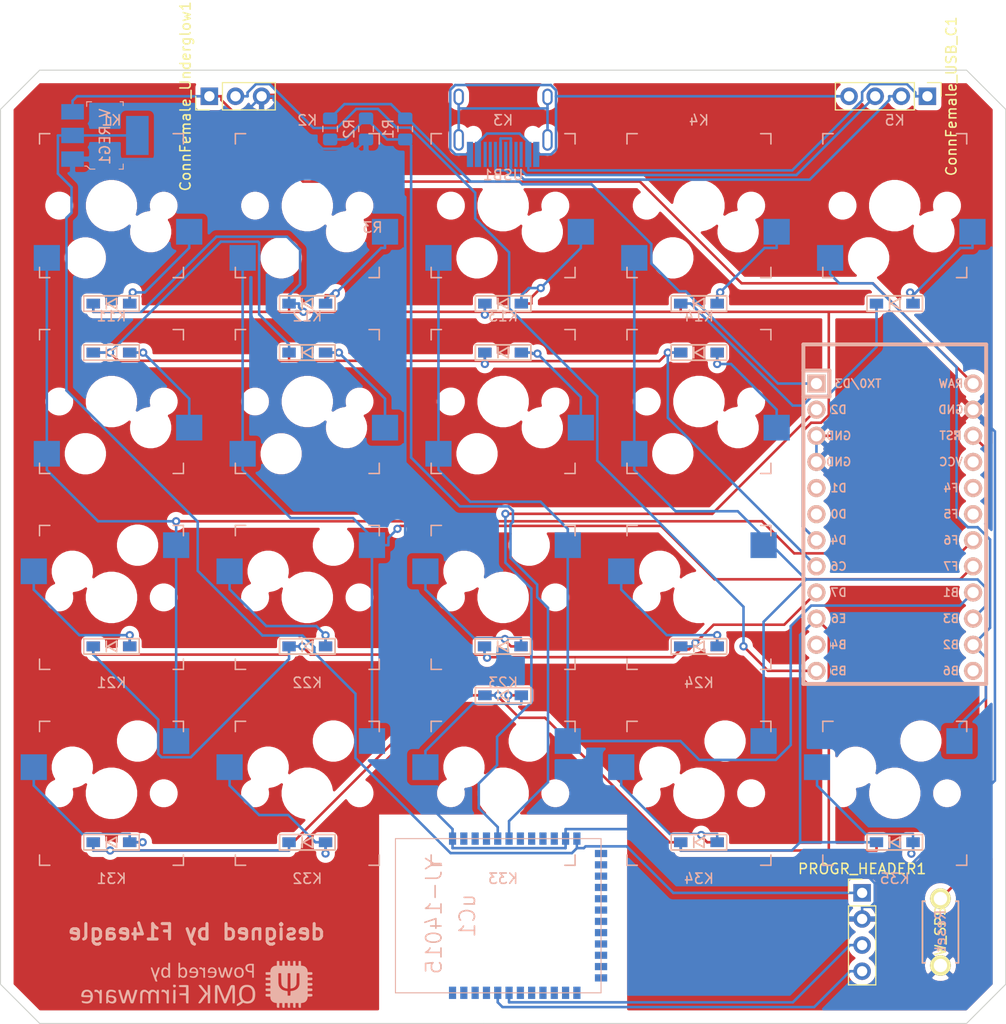
<source format=kicad_pcb>
(kicad_pcb (version 20171130) (host pcbnew "(5.1.2)-2")
  (layers (0 F.Cu signal) (31 B.Cu signal) (34 B.Paste user) (35 F.Paste user) (36 B.SilkS user) (37 F.SilkS user) (38 B.Mask user) (39 F.Mask user) (44 Edge.Cuts user))
  (net 0 "")
  (net 1 C_GND)
  (net 2 C_D+)
  (net 3 C_D-)
  (net 4 C_VCC)
  (net 5 "Net-(D1-Pad2)")
  (net 6 row0)
  (net 7 "Net-(D2-Pad2)")
  (net 8 "Net-(D3-Pad2)")
  (net 9 "Net-(D4-Pad2)")
  (net 10 "Net-(D5-Pad2)")
  (net 11 "Net-(D11-Pad2)")
  (net 12 row1)
  (net 13 "Net-(D12-Pad2)")
  (net 14 "Net-(D13-Pad2)")
  (net 15 "Net-(D14-Pad2)")
  (net 16 "Net-(D21-Pad2)")
  (net 17 row2)
  (net 18 "Net-(D22-Pad2)")
  (net 19 "Net-(D23-Pad2)")
  (net 20 "Net-(D24-Pad2)")
  (net 21 "Net-(D31-Pad2)")
  (net 22 row3)
  (net 23 "Net-(D32-Pad2)")
  (net 24 "Net-(D33-Pad2)")
  (net 25 "Net-(D34-Pad2)")
  (net 26 "Net-(D35-Pad2)")
  (net 27 row4)
  (net 28 col0)
  (net 29 col1)
  (net 30 col2)
  (net 31 col3)
  (net 32 col4)
  (net 33 GND)
  (net 34 RXI)
  (net 35 TXO)
  (net 36 5V0)
  (net 37 RST)
  (net 38 VIN)
  (net 39 SWCLK)
  (net 40 SWDIO)
  (net 41 VCC)
  (net 42 TXODIV)
  (net 43 RGB_DATA)
  (net 44 "Net-(uC1-Pad13)")
  (net 45 "Net-(uC1-Pad10)")
  (net 46 "Net-(uC1-Pad9)")
  (net 47 "Net-(uC1-Pad8)")
  (net 48 "Net-(uC1-Pad7)")
  (net 49 "Net-(uC1-Pad4)")
  (net 50 "Net-(uC1-Pad3)")
  (net 51 "Net-(uC1-Pad2)")
  (net 52 "Net-(uC1-Pad36)")
  (net 53 "Net-(uC1-Pad35)")
  (net 54 "Net-(uC1-Pad34)")
  (net 55 "Net-(uC1-Pad33)")
  (net 56 "Net-(uC1-Pad30)")
  (net 57 "Net-(uC1-Pad29)")
  (net 58 "Net-(uC1-Pad28)")
  (net 59 "Net-(uC1-Pad27)")
  (net 60 "Net-(uC1-Pad26)")
  (net 61 "Net-(uC1-Pad25)")
  (net 62 "Net-(uC1-Pad24)")
  (net 63 "Net-(uC1-Pad23)")
  (net 64 "Net-(uC1-Pad22)")
  (net 65 "Net-(uC1-Pad21)")
  (net 66 "Net-(uC1-Pad20)")
  (net 67 "Net-(uC1-Pad19)")
  (net 68 "Net-(uC1-Pad18)")
  (net 69 "Net-(uC1-Pad17)")
  (net 70 "Net-(uC1-Pad16)")
  (net 71 "Net-(uC1-Pad15)")
  (net 72 "Net-(uC1-Pad14)")
  (net 73 "Net-(U1-Pad13)")
  (net 74 "Net-(U1-Pad19)")
  (net 75 "Net-(U1-Pad20)")
  (net 76 "Net-(U1-Pad6)")
  (net 77 "Net-(U1-Pad5)")
  (net 78 "Net-(USB1-Pad3)")
  (net 79 "Net-(USB1-Pad10)")
  (net 80 "Net-(USB1-Pad4)")
  (net 81 "Net-(USB1-Pad9)")
  (net 82 "Net-(USB1-Pad13)")
  (module myparts:qmk-badge (layer B.Cu) (at 93.98 144.78 180)
    (fp_text reference G*** hide)
    (fp_text value LOGO hide)
  )
  (module wingxx-receiver:ResetSW (layer F.Cu) (at 166.37 139.7 90)
    (fp_text reference RESET1 hide)
    (fp_text value SW_SPST (at 0 0 90) (layer F.SilkS))
    (fp_text user Reset (at 0.127 0 90) (layer B.SilkS) (effects (justify mirror)))
    (pad 1 thru_hole circle (at 3.25 0 90) (size 2 2) (drill 1.3) (layers *.Cu *.Mask F.SilkS) (net 37 RST))
    (pad 2 thru_hole circle (at -3.25 0 90) (size 2 2) (drill 1.3) (layers *.Cu *.Mask F.SilkS) (net 33 GND))
  )
  (module redox_w_receiver_footprints:MY-YJ-14015-Module (layer B.Cu) (at 133.35 138.112 270)
    (fp_text reference uC1 (at 0 13 270) (layer B.SilkS) (effects (font (size 1.5 1.5) (thickness 0.1524)) (justify mirror)))
    (fp_text value YJ-14015 (at 0 16.256 270) (layer B.SilkS) (effects (font (size 1.5 1.5) (thickness 0.1524)) (justify mirror)))
    (pad 11 smd rect (at -7.49808 3.44932 180) (size 0.6985 1.19888) (layers B.Cu B.Paste B.Mask) (net 33 GND))
    (pad 1 smd rect (at -7.49808 14.44752 180) (size 0.6985 1.19888) (layers B.Cu B.Paste B.Mask) (net 33 GND))
    (pad 14 smd rect (at -4.94792 0 180) (size 1.19888 0.6985) (layers B.Cu B.Paste B.Mask) (net 72 "Net-(uC1-Pad14)"))
    (pad 15 smd rect (at -3.8481 0 180) (size 1.19888 0.6985) (layers B.Cu B.Paste B.Mask) (net 71 "Net-(uC1-Pad15)"))
    (pad 16 smd rect (at -2.74828 0 180) (size 1.19888 0.6985) (layers B.Cu B.Paste B.Mask) (net 70 "Net-(uC1-Pad16)"))
    (pad 17 smd rect (at -1.64846 0 180) (size 1.19888 0.6985) (layers B.Cu B.Paste B.Mask) (net 69 "Net-(uC1-Pad17)"))
    (pad 18 smd rect (at -0.54864 0 180) (size 1.19888 0.6985) (layers B.Cu B.Paste B.Mask) (net 68 "Net-(uC1-Pad18)"))
    (pad 19 smd rect (at 0.54864 0 180) (size 1.19888 0.6985) (layers B.Cu B.Paste B.Mask) (net 67 "Net-(uC1-Pad19)"))
    (pad 20 smd rect (at 1.64846 0 180) (size 1.19888 0.6985) (layers B.Cu B.Paste B.Mask) (net 66 "Net-(uC1-Pad20)"))
    (pad 21 smd rect (at 2.74828 0 180) (size 1.19888 0.6985) (layers B.Cu B.Paste B.Mask) (net 65 "Net-(uC1-Pad21)"))
    (pad 22 smd rect (at 3.8481 0 180) (size 1.19888 0.6985) (layers B.Cu B.Paste B.Mask) (net 64 "Net-(uC1-Pad22)"))
    (pad 23 smd rect (at 4.94792 0 180) (size 1.19888 0.6985) (layers B.Cu B.Paste B.Mask) (net 63 "Net-(uC1-Pad23)"))
    (pad 24 smd rect (at 6.04774 0 180) (size 1.19888 0.6985) (layers B.Cu B.Paste B.Mask) (net 62 "Net-(uC1-Pad24)"))
    (pad 25 smd rect (at 7.49808 2.3495 180) (size 0.6985 1.19888) (layers B.Cu B.Paste B.Mask) (net 61 "Net-(uC1-Pad25)"))
    (pad 26 smd rect (at 7.49808 3.44932 180) (size 0.6985 1.19888) (layers B.Cu B.Paste B.Mask) (net 60 "Net-(uC1-Pad26)"))
    (pad 27 smd rect (at 7.49808 4.54914 180) (size 0.6985 1.19888) (layers B.Cu B.Paste B.Mask) (net 59 "Net-(uC1-Pad27)"))
    (pad 28 smd rect (at 7.49808 5.64896 180) (size 0.6985 1.19888) (layers B.Cu B.Paste B.Mask) (net 58 "Net-(uC1-Pad28)"))
    (pad 29 smd rect (at 7.49808 6.74878 180) (size 0.6985 1.19888) (layers B.Cu B.Paste B.Mask) (net 57 "Net-(uC1-Pad29)"))
    (pad 30 smd rect (at 7.49808 7.8486 180) (size 0.6985 1.19888) (layers B.Cu B.Paste B.Mask) (net 56 "Net-(uC1-Pad30)"))
    (pad 33 smd rect (at 7.49808 11.14806 180) (size 0.6985 1.19888) (layers B.Cu B.Paste B.Mask) (net 55 "Net-(uC1-Pad33)"))
    (pad 34 smd rect (at 7.49808 12.24788 180) (size 0.6985 1.19888) (layers B.Cu B.Paste B.Mask) (net 54 "Net-(uC1-Pad34)"))
    (pad 35 smd rect (at 7.49808 13.3477 180) (size 0.6985 1.19888) (layers B.Cu B.Paste B.Mask) (net 53 "Net-(uC1-Pad35)"))
    (pad 36 smd rect (at 7.49808 14.44752 180) (size 0.6985 1.19888) (layers B.Cu B.Paste B.Mask) (net 52 "Net-(uC1-Pad36)"))
    (pad 2 smd rect (at -7.49808 13.3477 180) (size 0.6985 1.19888) (layers B.Cu B.Paste B.Mask) (net 51 "Net-(uC1-Pad2)"))
    (pad 3 smd rect (at -7.49808 12.24788 180) (size 0.6985 1.19888) (layers B.Cu B.Paste B.Mask) (net 50 "Net-(uC1-Pad3)"))
    (pad 4 smd rect (at -7.49808 11.14806 180) (size 0.6985 1.19888) (layers B.Cu B.Paste B.Mask) (net 49 "Net-(uC1-Pad4)"))
    (pad 5 smd rect (at -7.49808 10.04824 180) (size 0.6985 1.19888) (layers B.Cu B.Paste B.Mask) (net 34 RXI))
    (pad 6 smd rect (at -7.49808 8.94842 180) (size 0.6985 1.19888) (layers B.Cu B.Paste B.Mask) (net 42 TXODIV))
    (pad 7 smd rect (at -7.49808 7.8486 180) (size 0.6985 1.19888) (layers B.Cu B.Paste B.Mask) (net 48 "Net-(uC1-Pad7)"))
    (pad 8 smd rect (at -7.49808 6.74878 180) (size 0.6985 1.19888) (layers B.Cu B.Paste B.Mask) (net 47 "Net-(uC1-Pad8)"))
    (pad 9 smd rect (at -7.49808 5.64896 180) (size 0.6985 1.19888) (layers B.Cu B.Paste B.Mask) (net 46 "Net-(uC1-Pad9)"))
    (pad 10 smd rect (at -7.49808 4.54914 180) (size 0.6985 1.19888) (layers B.Cu B.Paste B.Mask) (net 45 "Net-(uC1-Pad10)"))
    (pad 13 smd rect (at -6.04774 0 180) (size 1.19888 0.6985) (layers B.Cu B.Paste B.Mask) (net 44 "Net-(uC1-Pad13)"))
    (pad 32 smd rect (at 7.49808 10.04824 180) (size 0.6985 1.19888) (layers B.Cu B.Paste B.Mask) (net 39 SWCLK))
    (pad 31 smd rect (at 7.49808 8.94842 180) (size 0.6985 1.19888) (layers B.Cu B.Paste B.Mask) (net 40 SWDIO))
    (pad 12 smd rect (at -7.49808 2.3495 180) (size 0.6985 1.19888) (layers B.Cu B.Paste B.Mask) (net 41 VCC))
  )
  (module Keebio-Parts:ArduinoProMicro (layer F.Cu) (at 161.925 100.33 270)
    (fp_text reference U1 hide)
    (fp_text value Pro_Micro hide)
    (fp_text user ST (at -8.91 -5.04) (layer B.SilkS) (effects (font (size 0.8 0.8)) (justify mirror)))
    (fp_text user TX0/D3 (at -13.97 3.571872) (layer B.SilkS) (effects (font (size 0.8 0.8)) (justify mirror)))
    (fp_text user B2 (at 11.43 -5.461) (layer B.SilkS) (effects (font (size 0.8 0.8)) (justify mirror)))
    (fp_text user F7 (at 3.81 -5.461) (layer B.SilkS) (effects (font (size 0.8 0.8)) (justify mirror)))
    (fp_text user F6 (at 1.27 -5.461) (layer B.SilkS) (effects (font (size 0.8 0.8)) (justify mirror)))
    (fp_text user F5 (at -1.27 -5.461) (layer B.SilkS) (effects (font (size 0.8 0.8)) (justify mirror)))
    (fp_text user RAW (at -13.97 -5.461) (layer B.SilkS) (effects (font (size 0.8 0.8)) (justify mirror)))
    (fp_text user GND (at -11.43 -5.461) (layer B.SilkS) (effects (font (size 0.8 0.8)) (justify mirror)))
    (fp_text user VCC (at -6.35 -5.461) (layer B.SilkS) (effects (font (size 0.8 0.8)) (justify mirror)))
    (fp_text user F4 (at -3.81 -5.461) (layer B.SilkS) (effects (font (size 0.8 0.8)) (justify mirror)))
    (fp_text user B1 (at 6.35 -5.461) (layer B.SilkS) (effects (font (size 0.8 0.8)) (justify mirror)))
    (fp_text user B3 (at 8.89 -5.461) (layer B.SilkS) (effects (font (size 0.8 0.8)) (justify mirror)))
    (fp_text user B6 (at 13.97 -5.461) (layer B.SilkS) (effects (font (size 0.8 0.8)) (justify mirror)))
    (fp_text user B5 (at 13.97 5.461) (layer B.SilkS) (effects (font (size 0.8 0.8)) (justify mirror)))
    (fp_text user B4 (at 11.43 5.461) (layer B.SilkS) (effects (font (size 0.8 0.8)) (justify mirror)))
    (fp_text user E6 (at 8.89 5.461) (layer B.SilkS) (effects (font (size 0.8 0.8)) (justify mirror)))
    (fp_text user D7 (at 6.35 5.461) (layer B.SilkS) (effects (font (size 0.8 0.8)) (justify mirror)))
    (fp_text user C6 (at 3.81 5.461) (layer B.SilkS) (effects (font (size 0.8 0.8)) (justify mirror)))
    (fp_text user D4 (at 1.27 5.461) (layer B.SilkS) (effects (font (size 0.8 0.8)) (justify mirror)))
    (fp_text user GND (at -8.89 5.461) (layer B.SilkS) (effects (font (size 0.8 0.8)) (justify mirror)))
    (fp_text user GND (at -6.35 5.461) (layer B.SilkS) (effects (font (size 0.8 0.8)) (justify mirror)))
    (fp_text user D1 (at -3.81 5.461) (layer B.SilkS) (effects (font (size 0.8 0.8)) (justify mirror)))
    (fp_text user D0 (at -1.27 5.461) (layer B.SilkS) (effects (font (size 0.8 0.8)) (justify mirror)))
    (fp_text user D2 (at -11.43 5.461) (layer B.SilkS) (effects (font (size 0.8 0.8)) (justify mirror)))
    (pad 24 thru_hole circle (at -13.97 -7.62 270) (size 1.7526 1.7526) (drill 1.0922) (layers *.Cu *.SilkS *.Mask) (net 38 VIN))
    (pad 12 thru_hole circle (at 13.97 7.62 270) (size 1.7526 1.7526) (drill 1.0922) (layers *.Cu *.SilkS *.Mask) (net 43 RGB_DATA))
    (pad 23 thru_hole circle (at -11.43 -7.62 270) (size 1.7526 1.7526) (drill 1.0922) (layers *.Cu *.SilkS *.Mask) (net 33 GND))
    (pad 22 thru_hole circle (at -8.89 -7.62 270) (size 1.7526 1.7526) (drill 1.0922) (layers *.Cu *.SilkS *.Mask) (net 37 RST))
    (pad 21 thru_hole circle (at -6.35 -7.62 270) (size 1.7526 1.7526) (drill 1.0922) (layers *.Cu *.SilkS *.Mask) (net 36 5V0))
    (pad 20 thru_hole circle (at -3.81 -7.62 270) (size 1.7526 1.7526) (drill 1.0922) (layers *.Cu *.SilkS *.Mask) (net 75 "Net-(U1-Pad20)"))
    (pad 19 thru_hole circle (at -1.27 -7.62 270) (size 1.7526 1.7526) (drill 1.0922) (layers *.Cu *.SilkS *.Mask) (net 74 "Net-(U1-Pad19)"))
    (pad 18 thru_hole circle (at 1.27 -7.62 270) (size 1.7526 1.7526) (drill 1.0922) (layers *.Cu *.SilkS *.Mask) (net 28 col0))
    (pad 17 thru_hole circle (at 3.81 -7.62 270) (size 1.7526 1.7526) (drill 1.0922) (layers *.Cu *.SilkS *.Mask) (net 29 col1))
    (pad 16 thru_hole circle (at 6.35 -7.62 270) (size 1.7526 1.7526) (drill 1.0922) (layers *.Cu *.SilkS *.Mask) (net 30 col2))
    (pad 15 thru_hole circle (at 8.89 -7.62 270) (size 1.7526 1.7526) (drill 1.0922) (layers *.Cu *.SilkS *.Mask) (net 31 col3))
    (pad 14 thru_hole circle (at 11.43 -7.62 270) (size 1.7526 1.7526) (drill 1.0922) (layers *.Cu *.SilkS *.Mask) (net 32 col4))
    (pad 13 thru_hole circle (at 13.97 -7.62 270) (size 1.7526 1.7526) (drill 1.0922) (layers *.Cu *.SilkS *.Mask) (net 73 "Net-(U1-Pad13)"))
    (pad 11 thru_hole circle (at 11.43 7.62 270) (size 1.7526 1.7526) (drill 1.0922) (layers *.Cu *.SilkS *.Mask) (net 27 row4))
    (pad 10 thru_hole circle (at 8.89 7.62 270) (size 1.7526 1.7526) (drill 1.0922) (layers *.Cu *.SilkS *.Mask) (net 22 row3))
    (pad 9 thru_hole circle (at 6.35 7.62 270) (size 1.7526 1.7526) (drill 1.0922) (layers *.Cu *.SilkS *.Mask) (net 17 row2))
    (pad 8 thru_hole circle (at 3.81 7.62 270) (size 1.7526 1.7526) (drill 1.0922) (layers *.Cu *.SilkS *.Mask) (net 12 row1))
    (pad 7 thru_hole circle (at 1.27 7.62 270) (size 1.7526 1.7526) (drill 1.0922) (layers *.Cu *.SilkS *.Mask) (net 6 row0))
    (pad 6 thru_hole circle (at -1.27 7.62 270) (size 1.7526 1.7526) (drill 1.0922) (layers *.Cu *.SilkS *.Mask) (net 76 "Net-(U1-Pad6)"))
    (pad 5 thru_hole circle (at -3.81 7.62 270) (size 1.7526 1.7526) (drill 1.0922) (layers *.Cu *.SilkS *.Mask) (net 77 "Net-(U1-Pad5)"))
    (pad 4 thru_hole circle (at -6.35 7.62 270) (size 1.7526 1.7526) (drill 1.0922) (layers *.Cu *.SilkS *.Mask) (net 33 GND))
    (pad 3 thru_hole circle (at -8.89 7.62 270) (size 1.7526 1.7526) (drill 1.0922) (layers *.Cu *.SilkS *.Mask) (net 33 GND))
    (pad 2 thru_hole circle (at -11.43 7.62 270) (size 1.7526 1.7526) (drill 1.0922) (layers *.Cu *.SilkS *.Mask) (net 34 RXI))
    (pad 1 thru_hole rect (at -13.97 7.62 270) (size 1.7526 1.7526) (drill 1.0922) (layers *.Cu *.SilkS *.Mask) (net 35 TXO))
  )
  (module Type-C:HRO-TYPE-C-31-M-12-HandSoldering (layer B.Cu) (at 123.825 55.88)
    (fp_text reference USB1 (at 0 10.2) (layer B.SilkS) (effects (justify mirror)))
    (fp_text value HRO-TYPE-C-31-M-12)
    (pad 12 smd rect (at 3.225 8.195) (size 0.6 2.45) (layers B.Cu B.Paste B.Mask) (net 1 C_GND))
    (pad 1 smd rect (at -3.225 8.195) (size 0.6 2.45) (layers B.Cu B.Paste B.Mask) (net 1 C_GND))
    (pad 11 smd rect (at 2.45 8.195) (size 0.6 2.45) (layers B.Cu B.Paste B.Mask) (net 4 C_VCC))
    (pad 2 smd rect (at -2.45 8.195) (size 0.6 2.45) (layers B.Cu B.Paste B.Mask) (net 4 C_VCC))
    (pad 3 smd rect (at -1.75 8.195) (size 0.3 2.45) (layers B.Cu B.Paste B.Mask) (net 78 "Net-(USB1-Pad3)"))
    (pad 10 smd rect (at 1.75 8.195) (size 0.3 2.45) (layers B.Cu B.Paste B.Mask) (net 79 "Net-(USB1-Pad10)"))
    (pad 4 smd rect (at -1.25 8.195) (size 0.3 2.45) (layers B.Cu B.Paste B.Mask) (net 80 "Net-(USB1-Pad4)"))
    (pad 9 smd rect (at 1.25 8.195) (size 0.3 2.45) (layers B.Cu B.Paste B.Mask) (net 81 "Net-(USB1-Pad9)"))
    (pad 5 smd rect (at -0.75 8.195) (size 0.3 2.45) (layers B.Cu B.Paste B.Mask) (net 3 C_D-))
    (pad 8 smd rect (at 0.75 8.195) (size 0.3 2.45) (layers B.Cu B.Paste B.Mask) (net 2 C_D+))
    (pad 7 smd rect (at 0.25 8.195) (size 0.3 2.45) (layers B.Cu B.Paste B.Mask) (net 3 C_D-))
    (pad 6 smd rect (at -0.25 8.195) (size 0.3 2.45) (layers B.Cu B.Paste B.Mask) (net 2 C_D+))
    (pad "" np_thru_hole circle (at 2.89 6.25) (size 0.65 0.65) (drill 0.65) (layers *.Cu *.Mask))
    (pad "" np_thru_hole circle (at -2.89 6.25) (size 0.65 0.65) (drill 0.65) (layers *.Cu *.Mask))
    (pad 13 thru_hole oval (at -4.32 6.78) (size 1 2.1) (drill oval 0.6 1.7) (layers *.Cu F.Mask) (net 82 "Net-(USB1-Pad13)"))
    (pad 13 thru_hole oval (at 4.32 6.78) (size 1 2.1) (drill oval 0.6 1.7) (layers *.Cu F.Mask) (net 82 "Net-(USB1-Pad13)"))
    (pad 13 thru_hole oval (at -4.32 2.6) (size 1 1.6) (drill oval 0.6 1.2) (layers *.Cu F.Mask) (net 82 "Net-(USB1-Pad13)"))
    (pad 13 thru_hole oval (at 4.32 2.6) (size 1 1.6) (drill oval 0.6 1.2) (layers *.Cu F.Mask) (net 82 "Net-(USB1-Pad13)"))
  )
  (module redox_w_receiver_footprints:SOT-223 (layer B.Cu) (at 85.09 62.23 90)
    (fp_text reference V_REG1 (at -0.127 0 90) (layer B.SilkS) (effects (justify mirror)))
    (fp_text value LD1117S33CTR)
    (pad 4 smd rect (at 0 3.15 90) (size 3.8 2.2) (layers B.Cu B.Paste B.Mask) (net 41 VCC))
    (pad 1 smd rect (at -2.3 -3.15 90) (size 1.5 2.2) (layers B.Cu B.Paste B.Mask) (net 33 GND))
    (pad 2 smd rect (at 0 -3.15 90) (size 1.5 2.2) (layers B.Cu B.Paste B.Mask) (net 41 VCC))
    (pad 3 smd rect (at 2.3 -3.15 90) (size 1.5 2.2) (layers B.Cu B.Paste B.Mask) (net 38 VIN))
  )
  (module Connector_PinHeader_2.54mm:PinHeader_1x03_P2.54mm_Vertical (layer F.Cu) (at 95.25 58.42 90)
    (fp_text reference ConnFemale_Underglow1 (at 0 -2.33 90) (layer F.SilkS))
    (fp_text value Conn_01x03_Female)
    (pad 3 thru_hole oval (at 0 5.08 90) (size 1.7 1.7) (drill 1) (layers *.Cu *.Mask) (net 33 GND))
    (pad 2 thru_hole oval (at 0 2.54 90) (size 1.7 1.7) (drill 1) (layers *.Cu *.Mask) (net 43 RGB_DATA))
    (pad 1 thru_hole rect (at 0 0 90) (size 1.7 1.7) (drill 1) (layers *.Cu *.Mask) (net 38 VIN))
  )
  (module Resistor_SMD:R_0805_2012Metric_Pad1.15x1.40mm_HandSolder (layer B.Cu) (at 106.998 61.595 270)
    (fp_text reference R3 (at 9.5875 -4.1275 180) (layer B.SilkS) (effects (justify mirror)))
    (fp_text value R)
    (pad 2 smd roundrect (at 1.025 0 270) (size 1.15 1.4) (layers B.Cu B.Paste B.Mask) (roundrect_rratio 0.217391) (net 42 TXODIV))
    (pad 1 smd roundrect (at -1.025 0 270) (size 1.15 1.4) (layers B.Cu B.Paste B.Mask) (roundrect_rratio 0.217391) (net 35 TXO))
  )
  (module Resistor_SMD:R_0805_2012Metric_Pad1.15x1.40mm_HandSolder (layer B.Cu) (at 110.49 61.595 270)
    (fp_text reference R2 (at 0 1.65 90) (layer B.SilkS) (effects (justify mirror)))
    (fp_text value R)
    (pad 2 smd roundrect (at 1.025 0 270) (size 1.15 1.4) (layers B.Cu B.Paste B.Mask) (roundrect_rratio 0.217391) (net 33 GND))
    (pad 1 smd roundrect (at -1.025 0 270) (size 1.15 1.4) (layers B.Cu B.Paste B.Mask) (roundrect_rratio 0.217391) (net 42 TXODIV))
  )
  (module Resistor_SMD:R_0805_2012Metric_Pad1.15x1.40mm_HandSolder (layer B.Cu) (at 114.3 61.595 270)
    (fp_text reference R1 (at 0 1.65 90) (layer B.SilkS) (effects (justify mirror)))
    (fp_text value R)
    (pad 2 smd roundrect (at 1.025 0 270) (size 1.15 1.4) (layers B.Cu B.Paste B.Mask) (roundrect_rratio 0.217391) (net 42 TXODIV))
    (pad 1 smd roundrect (at -1.025 0 270) (size 1.15 1.4) (layers B.Cu B.Paste B.Mask) (roundrect_rratio 0.217391) (net 35 TXO))
  )
  (module Connector_PinHeader_2.54mm:PinHeader_1x04_P2.54mm_Vertical (layer F.Cu) (at 158.75 135.89)
    (fp_text reference PROGR_HEADER1 (at 0 -2.33) (layer F.SilkS))
    (fp_text value Conn_01x04_Female)
    (pad 4 thru_hole oval (at 0 7.62) (size 1.7 1.7) (drill 1) (layers *.Cu *.Mask) (net 39 SWCLK))
    (pad 3 thru_hole oval (at 0 5.08) (size 1.7 1.7) (drill 1) (layers *.Cu *.Mask) (net 40 SWDIO))
    (pad 2 thru_hole oval (at 0 2.54) (size 1.7 1.7) (drill 1) (layers *.Cu *.Mask) (net 33 GND))
    (pad 1 thru_hole rect (at 0 0) (size 1.7 1.7) (drill 1) (layers *.Cu *.Mask) (net 41 VCC))
  )
  (module keyswitches:Kailh_socket (layer F.Cu) (at 161.925 126.206)
    (fp_text reference K35 (at 0 8.3) (layer B.SilkS) (effects (justify mirror)))
    (fp_text value KEYSW-redox_rev1-rescue)
    (pad 2 smd rect (at -7.56 -2.54) (size 2.55 2.5) (layers B.Cu B.Paste B.Mask) (net 26 "Net-(D35-Pad2)"))
    (pad "" np_thru_hole circle (at -5.08 0) (size 1.7018 1.7018) (drill 1.7018) (layers *.Cu *.Mask))
    (pad "" np_thru_hole circle (at 5.08 0) (size 1.7018 1.7018) (drill 1.7018) (layers *.Cu *.Mask))
    (pad "" np_thru_hole circle (at 0 0) (size 3.9878 3.9878) (drill 3.9878) (layers *.Cu *.Mask))
    (pad "" np_thru_hole circle (at -3.81 -2.54) (size 3 3) (drill 3) (layers *.Cu *.Mask))
    (pad "" np_thru_hole circle (at 2.54 -5.08) (size 3 3) (drill 3) (layers *.Cu *.Mask))
    (pad 1 smd rect (at 6.29 -5.08) (size 2.55 2.5) (layers B.Cu B.Paste B.Mask) (net 32 col4))
  )
  (module keyswitches:Kailh_socket (layer F.Cu) (at 142.875 126.206)
    (fp_text reference K34 (at 0 8.3) (layer B.SilkS) (effects (justify mirror)))
    (fp_text value KEYSW-redox_rev1-rescue)
    (pad 2 smd rect (at -7.56 -2.54) (size 2.55 2.5) (layers B.Cu B.Paste B.Mask) (net 25 "Net-(D34-Pad2)"))
    (pad "" np_thru_hole circle (at -5.08 0) (size 1.7018 1.7018) (drill 1.7018) (layers *.Cu *.Mask))
    (pad "" np_thru_hole circle (at 5.08 0) (size 1.7018 1.7018) (drill 1.7018) (layers *.Cu *.Mask))
    (pad "" np_thru_hole circle (at 0 0) (size 3.9878 3.9878) (drill 3.9878) (layers *.Cu *.Mask))
    (pad "" np_thru_hole circle (at -3.81 -2.54) (size 3 3) (drill 3) (layers *.Cu *.Mask))
    (pad "" np_thru_hole circle (at 2.54 -5.08) (size 3 3) (drill 3) (layers *.Cu *.Mask))
    (pad 1 smd rect (at 6.29 -5.08) (size 2.55 2.5) (layers B.Cu B.Paste B.Mask) (net 31 col3))
  )
  (module keyswitches:Kailh_socket (layer F.Cu) (at 123.825 126.206)
    (fp_text reference K33 (at 0 8.3) (layer B.SilkS) (effects (justify mirror)))
    (fp_text value KEYSW-redox_rev1-rescue)
    (pad 2 smd rect (at -7.56 -2.54) (size 2.55 2.5) (layers B.Cu B.Paste B.Mask) (net 24 "Net-(D33-Pad2)"))
    (pad "" np_thru_hole circle (at -5.08 0) (size 1.7018 1.7018) (drill 1.7018) (layers *.Cu *.Mask))
    (pad "" np_thru_hole circle (at 5.08 0) (size 1.7018 1.7018) (drill 1.7018) (layers *.Cu *.Mask))
    (pad "" np_thru_hole circle (at 0 0) (size 3.9878 3.9878) (drill 3.9878) (layers *.Cu *.Mask))
    (pad "" np_thru_hole circle (at -3.81 -2.54) (size 3 3) (drill 3) (layers *.Cu *.Mask))
    (pad "" np_thru_hole circle (at 2.54 -5.08) (size 3 3) (drill 3) (layers *.Cu *.Mask))
    (pad 1 smd rect (at 6.29 -5.08) (size 2.55 2.5) (layers B.Cu B.Paste B.Mask) (net 30 col2))
  )
  (module keyswitches:Kailh_socket (layer F.Cu) (at 104.775 126.206)
    (fp_text reference K32 (at 0 8.3) (layer B.SilkS) (effects (justify mirror)))
    (fp_text value KEYSW-redox_rev1-rescue)
    (pad 2 smd rect (at -7.56 -2.54) (size 2.55 2.5) (layers B.Cu B.Paste B.Mask) (net 23 "Net-(D32-Pad2)"))
    (pad "" np_thru_hole circle (at -5.08 0) (size 1.7018 1.7018) (drill 1.7018) (layers *.Cu *.Mask))
    (pad "" np_thru_hole circle (at 5.08 0) (size 1.7018 1.7018) (drill 1.7018) (layers *.Cu *.Mask))
    (pad "" np_thru_hole circle (at 0 0) (size 3.9878 3.9878) (drill 3.9878) (layers *.Cu *.Mask))
    (pad "" np_thru_hole circle (at -3.81 -2.54) (size 3 3) (drill 3) (layers *.Cu *.Mask))
    (pad "" np_thru_hole circle (at 2.54 -5.08) (size 3 3) (drill 3) (layers *.Cu *.Mask))
    (pad 1 smd rect (at 6.29 -5.08) (size 2.55 2.5) (layers B.Cu B.Paste B.Mask) (net 29 col1))
  )
  (module keyswitches:Kailh_socket (layer F.Cu) (at 85.725 126.206)
    (fp_text reference K31 (at 0 8.3) (layer B.SilkS) (effects (justify mirror)))
    (fp_text value KEYSW-redox_rev1-rescue)
    (pad 2 smd rect (at -7.56 -2.54) (size 2.55 2.5) (layers B.Cu B.Paste B.Mask) (net 21 "Net-(D31-Pad2)"))
    (pad "" np_thru_hole circle (at -5.08 0) (size 1.7018 1.7018) (drill 1.7018) (layers *.Cu *.Mask))
    (pad "" np_thru_hole circle (at 5.08 0) (size 1.7018 1.7018) (drill 1.7018) (layers *.Cu *.Mask))
    (pad "" np_thru_hole circle (at 0 0) (size 3.9878 3.9878) (drill 3.9878) (layers *.Cu *.Mask))
    (pad "" np_thru_hole circle (at -3.81 -2.54) (size 3 3) (drill 3) (layers *.Cu *.Mask))
    (pad "" np_thru_hole circle (at 2.54 -5.08) (size 3 3) (drill 3) (layers *.Cu *.Mask))
    (pad 1 smd rect (at 6.29 -5.08) (size 2.55 2.5) (layers B.Cu B.Paste B.Mask) (net 28 col0))
  )
  (module keyswitches:Kailh_socket (layer F.Cu) (at 142.875 107.156)
    (fp_text reference K24 (at 0 8.3) (layer B.SilkS) (effects (justify mirror)))
    (fp_text value KEYSW-redox_rev1-rescue)
    (pad 2 smd rect (at -7.56 -2.54) (size 2.55 2.5) (layers B.Cu B.Paste B.Mask) (net 20 "Net-(D24-Pad2)"))
    (pad "" np_thru_hole circle (at -5.08 0) (size 1.7018 1.7018) (drill 1.7018) (layers *.Cu *.Mask))
    (pad "" np_thru_hole circle (at 5.08 0) (size 1.7018 1.7018) (drill 1.7018) (layers *.Cu *.Mask))
    (pad "" np_thru_hole circle (at 0 0) (size 3.9878 3.9878) (drill 3.9878) (layers *.Cu *.Mask))
    (pad "" np_thru_hole circle (at -3.81 -2.54) (size 3 3) (drill 3) (layers *.Cu *.Mask))
    (pad "" np_thru_hole circle (at 2.54 -5.08) (size 3 3) (drill 3) (layers *.Cu *.Mask))
    (pad 1 smd rect (at 6.29 -5.08) (size 2.55 2.5) (layers B.Cu B.Paste B.Mask) (net 31 col3))
  )
  (module keyswitches:Kailh_socket (layer F.Cu) (at 123.825 107.156)
    (fp_text reference K23 (at 0 8.3) (layer B.SilkS) (effects (justify mirror)))
    (fp_text value KEYSW-redox_rev1-rescue)
    (pad 2 smd rect (at -7.56 -2.54) (size 2.55 2.5) (layers B.Cu B.Paste B.Mask) (net 19 "Net-(D23-Pad2)"))
    (pad "" np_thru_hole circle (at -5.08 0) (size 1.7018 1.7018) (drill 1.7018) (layers *.Cu *.Mask))
    (pad "" np_thru_hole circle (at 5.08 0) (size 1.7018 1.7018) (drill 1.7018) (layers *.Cu *.Mask))
    (pad "" np_thru_hole circle (at 0 0) (size 3.9878 3.9878) (drill 3.9878) (layers *.Cu *.Mask))
    (pad "" np_thru_hole circle (at -3.81 -2.54) (size 3 3) (drill 3) (layers *.Cu *.Mask))
    (pad "" np_thru_hole circle (at 2.54 -5.08) (size 3 3) (drill 3) (layers *.Cu *.Mask))
    (pad 1 smd rect (at 6.29 -5.08) (size 2.55 2.5) (layers B.Cu B.Paste B.Mask) (net 30 col2))
  )
  (module keyswitches:Kailh_socket (layer F.Cu) (at 104.775 107.156)
    (fp_text reference K22 (at 0 8.3) (layer B.SilkS) (effects (justify mirror)))
    (fp_text value KEYSW-redox_rev1-rescue)
    (pad 2 smd rect (at -7.56 -2.54) (size 2.55 2.5) (layers B.Cu B.Paste B.Mask) (net 18 "Net-(D22-Pad2)"))
    (pad "" np_thru_hole circle (at -5.08 0) (size 1.7018 1.7018) (drill 1.7018) (layers *.Cu *.Mask))
    (pad "" np_thru_hole circle (at 5.08 0) (size 1.7018 1.7018) (drill 1.7018) (layers *.Cu *.Mask))
    (pad "" np_thru_hole circle (at 0 0) (size 3.9878 3.9878) (drill 3.9878) (layers *.Cu *.Mask))
    (pad "" np_thru_hole circle (at -3.81 -2.54) (size 3 3) (drill 3) (layers *.Cu *.Mask))
    (pad "" np_thru_hole circle (at 2.54 -5.08) (size 3 3) (drill 3) (layers *.Cu *.Mask))
    (pad 1 smd rect (at 6.29 -5.08) (size 2.55 2.5) (layers B.Cu B.Paste B.Mask) (net 29 col1))
  )
  (module keyswitches:Kailh_socket (layer F.Cu) (at 85.725 107.156)
    (fp_text reference K21 (at 0 8.3) (layer B.SilkS) (effects (justify mirror)))
    (fp_text value KEYSW-redox_rev1-rescue)
    (pad 2 smd rect (at -7.56 -2.54) (size 2.55 2.5) (layers B.Cu B.Paste B.Mask) (net 16 "Net-(D21-Pad2)"))
    (pad "" np_thru_hole circle (at -5.08 0) (size 1.7018 1.7018) (drill 1.7018) (layers *.Cu *.Mask))
    (pad "" np_thru_hole circle (at 5.08 0) (size 1.7018 1.7018) (drill 1.7018) (layers *.Cu *.Mask))
    (pad "" np_thru_hole circle (at 0 0) (size 3.9878 3.9878) (drill 3.9878) (layers *.Cu *.Mask))
    (pad "" np_thru_hole circle (at -3.81 -2.54) (size 3 3) (drill 3) (layers *.Cu *.Mask))
    (pad "" np_thru_hole circle (at 2.54 -5.08) (size 3 3) (drill 3) (layers *.Cu *.Mask))
    (pad 1 smd rect (at 6.29 -5.08) (size 2.55 2.5) (layers B.Cu B.Paste B.Mask) (net 28 col0))
  )
  (module keyswitches:Kailh_socket (layer F.Cu) (at 142.875 88.1062 180)
    (fp_text reference K14 (at 0 8.3) (layer B.SilkS) (effects (justify mirror)))
    (fp_text value KEYSW-redox_rev1-rescue)
    (pad 2 smd rect (at -7.56 -2.54 180) (size 2.55 2.5) (layers B.Cu B.Paste B.Mask) (net 15 "Net-(D14-Pad2)"))
    (pad "" np_thru_hole circle (at -5.08 0 180) (size 1.7018 1.7018) (drill 1.7018) (layers *.Cu *.Mask))
    (pad "" np_thru_hole circle (at 5.08 0 180) (size 1.7018 1.7018) (drill 1.7018) (layers *.Cu *.Mask))
    (pad "" np_thru_hole circle (at 0 0 180) (size 3.9878 3.9878) (drill 3.9878) (layers *.Cu *.Mask))
    (pad "" np_thru_hole circle (at -3.81 -2.54 180) (size 3 3) (drill 3) (layers *.Cu *.Mask))
    (pad "" np_thru_hole circle (at 2.54 -5.08 180) (size 3 3) (drill 3) (layers *.Cu *.Mask))
    (pad 1 smd rect (at 6.29 -5.08 180) (size 2.55 2.5) (layers B.Cu B.Paste B.Mask) (net 31 col3))
  )
  (module keyswitches:Kailh_socket (layer F.Cu) (at 123.825 88.1062 180)
    (fp_text reference K13 (at 0 8.3) (layer B.SilkS) (effects (justify mirror)))
    (fp_text value KEYSW-redox_rev1-rescue)
    (pad 2 smd rect (at -7.56 -2.54 180) (size 2.55 2.5) (layers B.Cu B.Paste B.Mask) (net 14 "Net-(D13-Pad2)"))
    (pad "" np_thru_hole circle (at -5.08 0 180) (size 1.7018 1.7018) (drill 1.7018) (layers *.Cu *.Mask))
    (pad "" np_thru_hole circle (at 5.08 0 180) (size 1.7018 1.7018) (drill 1.7018) (layers *.Cu *.Mask))
    (pad "" np_thru_hole circle (at 0 0 180) (size 3.9878 3.9878) (drill 3.9878) (layers *.Cu *.Mask))
    (pad "" np_thru_hole circle (at -3.81 -2.54 180) (size 3 3) (drill 3) (layers *.Cu *.Mask))
    (pad "" np_thru_hole circle (at 2.54 -5.08 180) (size 3 3) (drill 3) (layers *.Cu *.Mask))
    (pad 1 smd rect (at 6.29 -5.08 180) (size 2.55 2.5) (layers B.Cu B.Paste B.Mask) (net 30 col2))
  )
  (module keyswitches:Kailh_socket (layer F.Cu) (at 104.775 88.1062 180)
    (fp_text reference K12 (at 0 8.3) (layer B.SilkS) (effects (justify mirror)))
    (fp_text value KEYSW-redox_rev1-rescue)
    (pad 2 smd rect (at -7.56 -2.54 180) (size 2.55 2.5) (layers B.Cu B.Paste B.Mask) (net 13 "Net-(D12-Pad2)"))
    (pad "" np_thru_hole circle (at -5.08 0 180) (size 1.7018 1.7018) (drill 1.7018) (layers *.Cu *.Mask))
    (pad "" np_thru_hole circle (at 5.08 0 180) (size 1.7018 1.7018) (drill 1.7018) (layers *.Cu *.Mask))
    (pad "" np_thru_hole circle (at 0 0 180) (size 3.9878 3.9878) (drill 3.9878) (layers *.Cu *.Mask))
    (pad "" np_thru_hole circle (at -3.81 -2.54 180) (size 3 3) (drill 3) (layers *.Cu *.Mask))
    (pad "" np_thru_hole circle (at 2.54 -5.08 180) (size 3 3) (drill 3) (layers *.Cu *.Mask))
    (pad 1 smd rect (at 6.29 -5.08 180) (size 2.55 2.5) (layers B.Cu B.Paste B.Mask) (net 29 col1))
  )
  (module keyswitches:Kailh_socket (layer F.Cu) (at 85.725 88.1062 180)
    (fp_text reference K11 (at 0 8.3) (layer B.SilkS) (effects (justify mirror)))
    (fp_text value KEYSW-redox_rev1-rescue)
    (pad 2 smd rect (at -7.56 -2.54 180) (size 2.55 2.5) (layers B.Cu B.Paste B.Mask) (net 11 "Net-(D11-Pad2)"))
    (pad "" np_thru_hole circle (at -5.08 0 180) (size 1.7018 1.7018) (drill 1.7018) (layers *.Cu *.Mask))
    (pad "" np_thru_hole circle (at 5.08 0 180) (size 1.7018 1.7018) (drill 1.7018) (layers *.Cu *.Mask))
    (pad "" np_thru_hole circle (at 0 0 180) (size 3.9878 3.9878) (drill 3.9878) (layers *.Cu *.Mask))
    (pad "" np_thru_hole circle (at -3.81 -2.54 180) (size 3 3) (drill 3) (layers *.Cu *.Mask))
    (pad "" np_thru_hole circle (at 2.54 -5.08 180) (size 3 3) (drill 3) (layers *.Cu *.Mask))
    (pad 1 smd rect (at 6.29 -5.08 180) (size 2.55 2.5) (layers B.Cu B.Paste B.Mask) (net 28 col0))
  )
  (module keyswitches:Kailh_socket (layer F.Cu) (at 161.925 69.0562 180)
    (fp_text reference K5 (at 0 8.3) (layer B.SilkS) (effects (justify mirror)))
    (fp_text value KEYSW-redox_rev1-rescue)
    (pad 2 smd rect (at -7.56 -2.54 180) (size 2.55 2.5) (layers B.Cu B.Paste B.Mask) (net 10 "Net-(D5-Pad2)"))
    (pad "" np_thru_hole circle (at -5.08 0 180) (size 1.7018 1.7018) (drill 1.7018) (layers *.Cu *.Mask))
    (pad "" np_thru_hole circle (at 5.08 0 180) (size 1.7018 1.7018) (drill 1.7018) (layers *.Cu *.Mask))
    (pad "" np_thru_hole circle (at 0 0 180) (size 3.9878 3.9878) (drill 3.9878) (layers *.Cu *.Mask))
    (pad "" np_thru_hole circle (at -3.81 -2.54 180) (size 3 3) (drill 3) (layers *.Cu *.Mask))
    (pad "" np_thru_hole circle (at 2.54 -5.08 180) (size 3 3) (drill 3) (layers *.Cu *.Mask))
    (pad 1 smd rect (at 6.29 -5.08 180) (size 2.55 2.5) (layers B.Cu B.Paste B.Mask) (net 32 col4))
  )
  (module keyswitches:Kailh_socket (layer F.Cu) (at 142.875 69.0562 180)
    (fp_text reference K4 (at 0 8.3) (layer B.SilkS) (effects (justify mirror)))
    (fp_text value KEYSW-redox_rev1-rescue)
    (pad 2 smd rect (at -7.56 -2.54 180) (size 2.55 2.5) (layers B.Cu B.Paste B.Mask) (net 9 "Net-(D4-Pad2)"))
    (pad "" np_thru_hole circle (at -5.08 0 180) (size 1.7018 1.7018) (drill 1.7018) (layers *.Cu *.Mask))
    (pad "" np_thru_hole circle (at 5.08 0 180) (size 1.7018 1.7018) (drill 1.7018) (layers *.Cu *.Mask))
    (pad "" np_thru_hole circle (at 0 0 180) (size 3.9878 3.9878) (drill 3.9878) (layers *.Cu *.Mask))
    (pad "" np_thru_hole circle (at -3.81 -2.54 180) (size 3 3) (drill 3) (layers *.Cu *.Mask))
    (pad "" np_thru_hole circle (at 2.54 -5.08 180) (size 3 3) (drill 3) (layers *.Cu *.Mask))
    (pad 1 smd rect (at 6.29 -5.08 180) (size 2.55 2.5) (layers B.Cu B.Paste B.Mask) (net 31 col3))
  )
  (module keyswitches:Kailh_socket (layer F.Cu) (at 123.825 69.0562 180)
    (fp_text reference K3 (at 0 8.3) (layer B.SilkS) (effects (justify mirror)))
    (fp_text value KEYSW-redox_rev1-rescue)
    (pad 2 smd rect (at -7.56 -2.54 180) (size 2.55 2.5) (layers B.Cu B.Paste B.Mask) (net 8 "Net-(D3-Pad2)"))
    (pad "" np_thru_hole circle (at -5.08 0 180) (size 1.7018 1.7018) (drill 1.7018) (layers *.Cu *.Mask))
    (pad "" np_thru_hole circle (at 5.08 0 180) (size 1.7018 1.7018) (drill 1.7018) (layers *.Cu *.Mask))
    (pad "" np_thru_hole circle (at 0 0 180) (size 3.9878 3.9878) (drill 3.9878) (layers *.Cu *.Mask))
    (pad "" np_thru_hole circle (at -3.81 -2.54 180) (size 3 3) (drill 3) (layers *.Cu *.Mask))
    (pad "" np_thru_hole circle (at 2.54 -5.08 180) (size 3 3) (drill 3) (layers *.Cu *.Mask))
    (pad 1 smd rect (at 6.29 -5.08 180) (size 2.55 2.5) (layers B.Cu B.Paste B.Mask) (net 30 col2))
  )
  (module keyswitches:Kailh_socket (layer F.Cu) (at 104.775 69.0562 180)
    (fp_text reference K2 (at 0 8.3) (layer B.SilkS) (effects (justify mirror)))
    (fp_text value KEYSW-redox_rev1-rescue)
    (pad 2 smd rect (at -7.56 -2.54 180) (size 2.55 2.5) (layers B.Cu B.Paste B.Mask) (net 7 "Net-(D2-Pad2)"))
    (pad "" np_thru_hole circle (at -5.08 0 180) (size 1.7018 1.7018) (drill 1.7018) (layers *.Cu *.Mask))
    (pad "" np_thru_hole circle (at 5.08 0 180) (size 1.7018 1.7018) (drill 1.7018) (layers *.Cu *.Mask))
    (pad "" np_thru_hole circle (at 0 0 180) (size 3.9878 3.9878) (drill 3.9878) (layers *.Cu *.Mask))
    (pad "" np_thru_hole circle (at -3.81 -2.54 180) (size 3 3) (drill 3) (layers *.Cu *.Mask))
    (pad "" np_thru_hole circle (at 2.54 -5.08 180) (size 3 3) (drill 3) (layers *.Cu *.Mask))
    (pad 1 smd rect (at 6.29 -5.08 180) (size 2.55 2.5) (layers B.Cu B.Paste B.Mask) (net 29 col1))
  )
  (module keyswitches:Kailh_socket (layer F.Cu) (at 85.725 69.0562 180)
    (fp_text reference K1 (at 0 8.3) (layer B.SilkS) (effects (justify mirror)))
    (fp_text value KEYSW-redox_rev1-rescue)
    (pad 2 smd rect (at -7.56 -2.54 180) (size 2.55 2.5) (layers B.Cu B.Paste B.Mask) (net 5 "Net-(D1-Pad2)"))
    (pad "" np_thru_hole circle (at -5.08 0 180) (size 1.7018 1.7018) (drill 1.7018) (layers *.Cu *.Mask))
    (pad "" np_thru_hole circle (at 5.08 0 180) (size 1.7018 1.7018) (drill 1.7018) (layers *.Cu *.Mask))
    (pad "" np_thru_hole circle (at 0 0 180) (size 3.9878 3.9878) (drill 3.9878) (layers *.Cu *.Mask))
    (pad "" np_thru_hole circle (at -3.81 -2.54 180) (size 3 3) (drill 3) (layers *.Cu *.Mask))
    (pad "" np_thru_hole circle (at 2.54 -5.08 180) (size 3 3) (drill 3) (layers *.Cu *.Mask))
    (pad 1 smd rect (at 6.29 -5.08 180) (size 2.55 2.5) (layers B.Cu B.Paste B.Mask) (net 28 col0))
  )
  (module pcb:D3_SMD (layer F.Cu) (at 161.925 130.969)
    (fp_text reference D35 hide)
    (fp_text value D hide)
    (pad 2 smd rect (at 1.775 0) (size 1.3 0.95) (layers F.Cu F.Paste F.Mask) (net 26 "Net-(D35-Pad2)"))
    (pad 1 smd rect (at -1.775 0) (size 1.3 0.95) (layers B.Cu B.Paste B.Mask) (net 22 row3))
    (pad 2 smd rect (at 1.775 0) (size 1.3 0.95) (layers B.Cu B.Paste B.Mask) (net 26 "Net-(D35-Pad2)"))
    (pad 1 smd rect (at -1.775 0) (size 1.3 0.95) (layers F.Cu F.Paste F.Mask) (net 22 row3))
  )
  (module pcb:D3_SMD (layer F.Cu) (at 142.875 130.969)
    (fp_text reference D34 hide)
    (fp_text value D hide)
    (pad 2 smd rect (at 1.775 0) (size 1.3 0.95) (layers F.Cu F.Paste F.Mask) (net 25 "Net-(D34-Pad2)"))
    (pad 1 smd rect (at -1.775 0) (size 1.3 0.95) (layers B.Cu B.Paste B.Mask) (net 22 row3))
    (pad 2 smd rect (at 1.775 0) (size 1.3 0.95) (layers B.Cu B.Paste B.Mask) (net 25 "Net-(D34-Pad2)"))
    (pad 1 smd rect (at -1.775 0) (size 1.3 0.95) (layers F.Cu F.Paste F.Mask) (net 22 row3))
  )
  (module pcb:D3_SMD (layer F.Cu) (at 123.825 116.681)
    (fp_text reference D33 hide)
    (fp_text value D hide)
    (pad 2 smd rect (at 1.775 0) (size 1.3 0.95) (layers F.Cu F.Paste F.Mask) (net 24 "Net-(D33-Pad2)"))
    (pad 1 smd rect (at -1.775 0) (size 1.3 0.95) (layers B.Cu B.Paste B.Mask) (net 22 row3))
    (pad 2 smd rect (at 1.775 0) (size 1.3 0.95) (layers B.Cu B.Paste B.Mask) (net 24 "Net-(D33-Pad2)"))
    (pad 1 smd rect (at -1.775 0) (size 1.3 0.95) (layers F.Cu F.Paste F.Mask) (net 22 row3))
  )
  (module pcb:D3_SMD (layer F.Cu) (at 104.775 130.969)
    (fp_text reference D32 hide)
    (fp_text value D hide)
    (pad 2 smd rect (at 1.775 0) (size 1.3 0.95) (layers F.Cu F.Paste F.Mask) (net 23 "Net-(D32-Pad2)"))
    (pad 1 smd rect (at -1.775 0) (size 1.3 0.95) (layers B.Cu B.Paste B.Mask) (net 22 row3))
    (pad 2 smd rect (at 1.775 0) (size 1.3 0.95) (layers B.Cu B.Paste B.Mask) (net 23 "Net-(D32-Pad2)"))
    (pad 1 smd rect (at -1.775 0) (size 1.3 0.95) (layers F.Cu F.Paste F.Mask) (net 22 row3))
  )
  (module pcb:D3_SMD (layer F.Cu) (at 85.725 130.969)
    (fp_text reference D31 hide)
    (fp_text value D hide)
    (pad 2 smd rect (at 1.775 0) (size 1.3 0.95) (layers F.Cu F.Paste F.Mask) (net 21 "Net-(D31-Pad2)"))
    (pad 1 smd rect (at -1.775 0) (size 1.3 0.95) (layers B.Cu B.Paste B.Mask) (net 22 row3))
    (pad 2 smd rect (at 1.775 0) (size 1.3 0.95) (layers B.Cu B.Paste B.Mask) (net 21 "Net-(D31-Pad2)"))
    (pad 1 smd rect (at -1.775 0) (size 1.3 0.95) (layers F.Cu F.Paste F.Mask) (net 22 row3))
  )
  (module pcb:D3_SMD (layer F.Cu) (at 142.875 111.919)
    (fp_text reference D24 hide)
    (fp_text value D hide)
    (pad 2 smd rect (at 1.775 0) (size 1.3 0.95) (layers F.Cu F.Paste F.Mask) (net 20 "Net-(D24-Pad2)"))
    (pad 1 smd rect (at -1.775 0) (size 1.3 0.95) (layers B.Cu B.Paste B.Mask) (net 17 row2))
    (pad 2 smd rect (at 1.775 0) (size 1.3 0.95) (layers B.Cu B.Paste B.Mask) (net 20 "Net-(D24-Pad2)"))
    (pad 1 smd rect (at -1.775 0) (size 1.3 0.95) (layers F.Cu F.Paste F.Mask) (net 17 row2))
  )
  (module pcb:D3_SMD (layer F.Cu) (at 123.792 111.919)
    (fp_text reference D23 hide)
    (fp_text value D hide)
    (pad 2 smd rect (at 1.775 0) (size 1.3 0.95) (layers F.Cu F.Paste F.Mask) (net 19 "Net-(D23-Pad2)"))
    (pad 1 smd rect (at -1.775 0) (size 1.3 0.95) (layers B.Cu B.Paste B.Mask) (net 17 row2))
    (pad 2 smd rect (at 1.775 0) (size 1.3 0.95) (layers B.Cu B.Paste B.Mask) (net 19 "Net-(D23-Pad2)"))
    (pad 1 smd rect (at -1.775 0) (size 1.3 0.95) (layers F.Cu F.Paste F.Mask) (net 17 row2))
  )
  (module pcb:D3_SMD (layer F.Cu) (at 104.775 111.919)
    (fp_text reference D22 hide)
    (fp_text value D hide)
    (pad 2 smd rect (at 1.775 0) (size 1.3 0.95) (layers F.Cu F.Paste F.Mask) (net 18 "Net-(D22-Pad2)"))
    (pad 1 smd rect (at -1.775 0) (size 1.3 0.95) (layers B.Cu B.Paste B.Mask) (net 17 row2))
    (pad 2 smd rect (at 1.775 0) (size 1.3 0.95) (layers B.Cu B.Paste B.Mask) (net 18 "Net-(D22-Pad2)"))
    (pad 1 smd rect (at -1.775 0) (size 1.3 0.95) (layers F.Cu F.Paste F.Mask) (net 17 row2))
  )
  (module pcb:D3_SMD (layer F.Cu) (at 85.725 111.919)
    (fp_text reference D21 hide)
    (fp_text value D hide)
    (pad 2 smd rect (at 1.775 0) (size 1.3 0.95) (layers F.Cu F.Paste F.Mask) (net 16 "Net-(D21-Pad2)"))
    (pad 1 smd rect (at -1.775 0) (size 1.3 0.95) (layers B.Cu B.Paste B.Mask) (net 17 row2))
    (pad 2 smd rect (at 1.775 0) (size 1.3 0.95) (layers B.Cu B.Paste B.Mask) (net 16 "Net-(D21-Pad2)"))
    (pad 1 smd rect (at -1.775 0) (size 1.3 0.95) (layers F.Cu F.Paste F.Mask) (net 17 row2))
  )
  (module pcb:D3_SMD (layer F.Cu) (at 142.875 83.3438)
    (fp_text reference D14 hide)
    (fp_text value D hide)
    (pad 2 smd rect (at 1.775 0) (size 1.3 0.95) (layers F.Cu F.Paste F.Mask) (net 15 "Net-(D14-Pad2)"))
    (pad 1 smd rect (at -1.775 0) (size 1.3 0.95) (layers B.Cu B.Paste B.Mask) (net 12 row1))
    (pad 2 smd rect (at 1.775 0) (size 1.3 0.95) (layers B.Cu B.Paste B.Mask) (net 15 "Net-(D14-Pad2)"))
    (pad 1 smd rect (at -1.775 0) (size 1.3 0.95) (layers F.Cu F.Paste F.Mask) (net 12 row1))
  )
  (module pcb:D3_SMD (layer F.Cu) (at 123.825 83.3438)
    (fp_text reference D13 hide)
    (fp_text value D hide)
    (pad 2 smd rect (at 1.775 0) (size 1.3 0.95) (layers F.Cu F.Paste F.Mask) (net 14 "Net-(D13-Pad2)"))
    (pad 1 smd rect (at -1.775 0) (size 1.3 0.95) (layers B.Cu B.Paste B.Mask) (net 12 row1))
    (pad 2 smd rect (at 1.775 0) (size 1.3 0.95) (layers B.Cu B.Paste B.Mask) (net 14 "Net-(D13-Pad2)"))
    (pad 1 smd rect (at -1.775 0) (size 1.3 0.95) (layers F.Cu F.Paste F.Mask) (net 12 row1))
  )
  (module pcb:D3_SMD (layer F.Cu) (at 104.775 83.3438)
    (fp_text reference D12 hide)
    (fp_text value D hide)
    (pad 2 smd rect (at 1.775 0) (size 1.3 0.95) (layers F.Cu F.Paste F.Mask) (net 13 "Net-(D12-Pad2)"))
    (pad 1 smd rect (at -1.775 0) (size 1.3 0.95) (layers B.Cu B.Paste B.Mask) (net 12 row1))
    (pad 2 smd rect (at 1.775 0) (size 1.3 0.95) (layers B.Cu B.Paste B.Mask) (net 13 "Net-(D12-Pad2)"))
    (pad 1 smd rect (at -1.775 0) (size 1.3 0.95) (layers F.Cu F.Paste F.Mask) (net 12 row1))
  )
  (module pcb:D3_SMD (layer F.Cu) (at 85.725 83.3438)
    (fp_text reference D11 hide)
    (fp_text value D hide)
    (pad 2 smd rect (at 1.775 0) (size 1.3 0.95) (layers F.Cu F.Paste F.Mask) (net 11 "Net-(D11-Pad2)"))
    (pad 1 smd rect (at -1.775 0) (size 1.3 0.95) (layers B.Cu B.Paste B.Mask) (net 12 row1))
    (pad 2 smd rect (at 1.775 0) (size 1.3 0.95) (layers B.Cu B.Paste B.Mask) (net 11 "Net-(D11-Pad2)"))
    (pad 1 smd rect (at -1.775 0) (size 1.3 0.95) (layers F.Cu F.Paste F.Mask) (net 12 row1))
  )
  (module pcb:D3_SMD (layer F.Cu) (at 161.925 78.5812)
    (fp_text reference D5 hide)
    (fp_text value D hide)
    (pad 2 smd rect (at 1.775 0) (size 1.3 0.95) (layers F.Cu F.Paste F.Mask) (net 10 "Net-(D5-Pad2)"))
    (pad 1 smd rect (at -1.775 0) (size 1.3 0.95) (layers B.Cu B.Paste B.Mask) (net 6 row0))
    (pad 2 smd rect (at 1.775 0) (size 1.3 0.95) (layers B.Cu B.Paste B.Mask) (net 10 "Net-(D5-Pad2)"))
    (pad 1 smd rect (at -1.775 0) (size 1.3 0.95) (layers F.Cu F.Paste F.Mask) (net 6 row0))
  )
  (module pcb:D3_SMD (layer F.Cu) (at 142.875 78.5812)
    (fp_text reference D4 hide)
    (fp_text value D hide)
    (pad 2 smd rect (at 1.775 0) (size 1.3 0.95) (layers F.Cu F.Paste F.Mask) (net 9 "Net-(D4-Pad2)"))
    (pad 1 smd rect (at -1.775 0) (size 1.3 0.95) (layers B.Cu B.Paste B.Mask) (net 6 row0))
    (pad 2 smd rect (at 1.775 0) (size 1.3 0.95) (layers B.Cu B.Paste B.Mask) (net 9 "Net-(D4-Pad2)"))
    (pad 1 smd rect (at -1.775 0) (size 1.3 0.95) (layers F.Cu F.Paste F.Mask) (net 6 row0))
  )
  (module pcb:D3_SMD (layer F.Cu) (at 123.825 78.5812)
    (fp_text reference D3 hide)
    (fp_text value D hide)
    (pad 2 smd rect (at 1.775 0) (size 1.3 0.95) (layers F.Cu F.Paste F.Mask) (net 8 "Net-(D3-Pad2)"))
    (pad 1 smd rect (at -1.775 0) (size 1.3 0.95) (layers B.Cu B.Paste B.Mask) (net 6 row0))
    (pad 2 smd rect (at 1.775 0) (size 1.3 0.95) (layers B.Cu B.Paste B.Mask) (net 8 "Net-(D3-Pad2)"))
    (pad 1 smd rect (at -1.775 0) (size 1.3 0.95) (layers F.Cu F.Paste F.Mask) (net 6 row0))
  )
  (module pcb:D3_SMD (layer F.Cu) (at 104.775 78.5812)
    (fp_text reference D2 hide)
    (fp_text value D hide)
    (pad 2 smd rect (at 1.775 0) (size 1.3 0.95) (layers F.Cu F.Paste F.Mask) (net 7 "Net-(D2-Pad2)"))
    (pad 1 smd rect (at -1.775 0) (size 1.3 0.95) (layers B.Cu B.Paste B.Mask) (net 6 row0))
    (pad 2 smd rect (at 1.775 0) (size 1.3 0.95) (layers B.Cu B.Paste B.Mask) (net 7 "Net-(D2-Pad2)"))
    (pad 1 smd rect (at -1.775 0) (size 1.3 0.95) (layers F.Cu F.Paste F.Mask) (net 6 row0))
  )
  (module pcb:D3_SMD (layer F.Cu) (at 85.725 78.5812)
    (fp_text reference D1 hide)
    (fp_text value D hide)
    (pad 2 smd rect (at 1.775 0) (size 1.3 0.95) (layers F.Cu F.Paste F.Mask) (net 5 "Net-(D1-Pad2)"))
    (pad 1 smd rect (at -1.775 0) (size 1.3 0.95) (layers B.Cu B.Paste B.Mask) (net 6 row0))
    (pad 2 smd rect (at 1.775 0) (size 1.3 0.95) (layers B.Cu B.Paste B.Mask) (net 5 "Net-(D1-Pad2)"))
    (pad 1 smd rect (at -1.775 0) (size 1.3 0.95) (layers F.Cu F.Paste F.Mask) (net 6 row0))
  )
  (module Connector_PinHeader_2.54mm:PinHeader_1x04_P2.54mm_Vertical (layer F.Cu) (at 165.1 58.42 270)
    (fp_text reference ConnFemale_USB_C1 (at 0 -2.33 90) (layer F.SilkS))
    (fp_text value Conn_01x04_Female)
    (pad 4 thru_hole oval (at 0 7.62 270) (size 1.7 1.7) (drill 1) (layers *.Cu *.Mask) (net 1 C_GND))
    (pad 3 thru_hole oval (at 0 5.08 270) (size 1.7 1.7) (drill 1) (layers *.Cu *.Mask) (net 2 C_D+))
    (pad 2 thru_hole oval (at 0 2.54 270) (size 1.7 1.7) (drill 1) (layers *.Cu *.Mask) (net 3 C_D-))
    (pad 1 thru_hole rect (at 0 0 270) (size 1.7 1.7) (drill 1) (layers *.Cu *.Mask) (net 4 C_VCC))
  )
  (gr_text "designed by F14eagle" (at 93.98 139.7) (layer B.SilkS) (effects (font (size 1.5 1.5) (thickness 0.3)) (justify mirror)))
  (gr_line (start 168.91 55.88) (end 172.72 59.69) (layer Edge.Cuts) (width 0.1))
  (gr_line (start 168.91 148.59) (end 172.72 144.78) (layer Edge.Cuts) (width 0.1))
  (gr_line (start 74.93 144.78) (end 78.74 148.59) (layer Edge.Cuts) (width 0.1))
  (gr_line (start 78.74 55.88) (end 74.93 59.69) (layer Edge.Cuts) (width 0.1))
  (gr_line (start 121.92 148.59) (end 168.91 148.59) (layer Edge.Cuts) (width 0.1))
  (gr_line (start 172.72 59.69) (end 172.72 144.78) (layer Edge.Cuts) (width 0.1))
  (gr_line (start 78.74 55.88) (end 168.91 55.88) (layer Edge.Cuts) (width 0.1))
  (gr_line (start 74.93 144.78) (end 74.93 59.69) (layer Edge.Cuts) (width 0.1))
  (gr_line (start 121.92 148.59) (end 78.74 148.59) (layer Edge.Cuts) (width 0.1))
  (segment (start 128.9704 58.42) (end 128.9704 63.5949) (width 0.25) (layer B.Cu) (net 1))
  (segment (start 128.9704 63.5949) (end 128.4903 64.075) (width 0.25) (layer B.Cu) (net 1))
  (segment (start 128.4903 64.075) (end 127.05 64.075) (width 0.25) (layer B.Cu) (net 1))
  (segment (start 120.6 64.075) (end 119.1878 64.075) (width 0.25) (layer B.Cu) (net 1))
  (segment (start 119.1878 64.075) (end 118.6797 63.5669) (width 0.25) (layer B.Cu) (net 1))
  (segment (start 118.6797 63.5669) (end 118.6797 57.8051) (width 0.25) (layer B.Cu) (net 1))
  (segment (start 118.6797 57.8051) (end 119.1575 57.3273) (width 0.25) (layer B.Cu) (net 1))
  (segment (start 119.1575 57.3273) (end 128.4655 57.3273) (width 0.25) (layer B.Cu) (net 1))
  (segment (start 128.4655 57.3273) (end 128.9704 57.8322) (width 0.25) (layer B.Cu) (net 1))
  (segment (start 128.9704 57.8322) (end 128.9704 58.42) (width 0.25) (layer B.Cu) (net 1))
  (segment (start 156.3047 58.42) (end 128.9704 58.42) (width 0.25) (layer B.Cu) (net 1))
  (segment (start 157.48 58.42) (end 156.3047 58.42) (width 0.25) (layer B.Cu) (net 1))
  (segment (start 160.02 58.42) (end 152.3618 66.0782) (width 0.25) (layer B.Cu) (net 2))
  (segment (start 152.3618 66.0782) (end 126.0704 66.0782) (width 0.25) (layer B.Cu) (net 2))
  (segment (start 126.0704 66.0782) (end 125.6201 65.6279) (width 0.25) (layer B.Cu) (net 2))
  (segment (start 125.6201 65.6279) (end 124.7145 65.6279) (width 0.25) (layer B.Cu) (net 2))
  (segment (start 124.7145 65.6279) (end 124.575 65.4884) (width 0.25) (layer B.Cu) (net 2))
  (segment (start 124.575 65.4884) (end 124.575 64.075) (width 0.25) (layer B.Cu) (net 2))
  (segment (start 124.575 64.075) (end 124.575 62.5247) (width 0.25) (layer B.Cu) (net 2))
  (segment (start 123.575 62.5247) (end 124.575 62.5247) (width 0.25) (layer B.Cu) (net 2))
  (segment (start 123.575 64.075) (end 123.575 62.5247) (width 0.25) (layer B.Cu) (net 2))
  (segment (start 124.075 65.6253) (end 124.528 66.0783) (width 0.25) (layer B.Cu) (net 3))
  (segment (start 124.528 66.0783) (end 125.4128 66.0783) (width 0.25) (layer B.Cu) (net 3))
  (segment (start 125.4128 66.0783) (end 125.8631 66.5286) (width 0.25) (layer B.Cu) (net 3))
  (segment (start 125.8631 66.5286) (end 153.6434 66.5286) (width 0.25) (layer B.Cu) (net 3))
  (segment (start 153.6434 66.5286) (end 161.3847 58.7873) (width 0.25) (layer B.Cu) (net 3))
  (segment (start 161.3847 58.7873) (end 161.3847 58.42) (width 0.25) (layer B.Cu) (net 3))
  (segment (start 162.56 58.42) (end 161.3847 58.42) (width 0.25) (layer B.Cu) (net 3))
  (segment (start 124.075 64.075) (end 124.075 65.6253) (width 0.25) (layer B.Cu) (net 3))
  (segment (start 123.075 64.075) (end 123.075 65.6253) (width 0.25) (layer B.Cu) (net 3))
  (segment (start 123.075 65.6253) (end 124.075 65.6253) (width 0.25) (layer B.Cu) (net 3))
  (segment (start 121.375 64.075) (end 121.375 62.9211) (width 0.25) (layer B.Cu) (net 4))
  (segment (start 121.375 62.9211) (end 122.2505 62.0456) (width 0.25) (layer B.Cu) (net 4))
  (segment (start 122.2505 62.0456) (end 125.4228 62.0456) (width 0.25) (layer B.Cu) (net 4))
  (segment (start 125.4228 62.0456) (end 126.275 62.8978) (width 0.25) (layer B.Cu) (net 4))
  (segment (start 126.275 62.8978) (end 126.275 64.075) (width 0.25) (layer B.Cu) (net 4))
  (segment (start 126.275 64.075) (end 126.275 65.6253) (width 0.25) (layer B.Cu) (net 4))
  (segment (start 165.1 58.42) (end 163.9247 58.42) (width 0.25) (layer B.Cu) (net 4))
  (segment (start 163.9247 58.42) (end 163.9247 58.0527) (width 0.25) (layer B.Cu) (net 4))
  (segment (start 163.9247 58.0527) (end 163.1099 57.2379) (width 0.25) (layer B.Cu) (net 4))
  (segment (start 163.1099 57.2379) (end 159.5334 57.2379) (width 0.25) (layer B.Cu) (net 4))
  (segment (start 159.5334 57.2379) (end 158.75 58.0213) (width 0.25) (layer B.Cu) (net 4))
  (segment (start 158.75 58.0213) (end 158.75 58.8253) (width 0.25) (layer B.Cu) (net 4))
  (segment (start 158.75 58.8253) (end 151.95 65.6253) (width 0.25) (layer B.Cu) (net 4))
  (segment (start 151.95 65.6253) (end 126.275 65.6253) (width 0.25) (layer B.Cu) (net 4))
  (segment (start 87.7892 77.4917) (end 88.9648 77.4917) (width 0.25) (layer B.Cu) (net 5))
  (segment (start 88.9648 77.4917) (end 93.285 73.1715) (width 0.25) (layer B.Cu) (net 5))
  (segment (start 87.5 78.5812) (end 87.5 77.7809) (width 0.25) (layer B.Cu) (net 5))
  (segment (start 87.5 77.7809) (end 87.7892 77.4917) (width 0.25) (layer B.Cu) (net 5))
  (segment (start 87.5 77.7809) (end 87.7892 77.4917) (width 0.25) (layer F.Cu) (net 5))
  (segment (start 87.5 78.5812) (end 87.5 77.7809) (width 0.25) (layer F.Cu) (net 5))
  (segment (start 93.285 71.5962) (end 93.285 73.1715) (width 0.25) (layer B.Cu) (net 5))
  (via (at 87.7892 77.4917) (size 0.8) (layers F.Cu B.Cu) (net 5))
  (segment (start 155.5067 79.3815) (end 160.15 79.3815) (width 0.25) (layer F.Cu) (net 6))
  (segment (start 141.1 79.3815) (end 155.5067 79.3815) (width 0.25) (layer F.Cu) (net 6))
  (segment (start 154.305 101.6) (end 153.0794 100.3744) (width 0.25) (layer F.Cu) (net 6))
  (segment (start 153.0794 100.3744) (end 153.0794 90.883) (width 0.25) (layer F.Cu) (net 6))
  (segment (start 153.0794 90.883) (end 153.7924 90.17) (width 0.25) (layer F.Cu) (net 6))
  (segment (start 153.7924 90.17) (end 154.7568 90.17) (width 0.25) (layer F.Cu) (net 6))
  (segment (start 154.7568 90.17) (end 155.5067 89.4201) (width 0.25) (layer F.Cu) (net 6))
  (segment (start 155.5067 89.4201) (end 155.5067 79.3815) (width 0.25) (layer F.Cu) (net 6))
  (segment (start 160.15 78.5812) (end 160.15 79.3815) (width 0.25) (layer F.Cu) (net 6))
  (segment (start 122.05 79.3815) (end 141.1 79.3815) (width 0.25) (layer F.Cu) (net 6))
  (segment (start 141.1 78.5812) (end 141.1 79.3815) (width 0.25) (layer F.Cu) (net 6))
  (segment (start 122.05 79.3815) (end 122.05 79.6566) (width 0.25) (layer F.Cu) (net 6))
  (segment (start 141.1 78.5812) (end 142.0753 78.5812) (width 0.25) (layer B.Cu) (net 6))
  (segment (start 152.9667 88.4992) (end 152.9667 100.2617) (width 0.25) (layer B.Cu) (net 6))
  (segment (start 152.9667 100.2617) (end 154.305 101.6) (width 0.25) (layer B.Cu) (net 6))
  (segment (start 160.15 78.5812) (end 160.15 82.7885) (width 0.25) (layer B.Cu) (net 6))
  (segment (start 160.15 82.7885) (end 155.3768 87.5617) (width 0.25) (layer B.Cu) (net 6))
  (segment (start 155.3768 87.5617) (end 153.9042 87.5617) (width 0.25) (layer B.Cu) (net 6))
  (segment (start 153.9042 87.5617) (end 152.9667 88.4992) (width 0.25) (layer B.Cu) (net 6))
  (segment (start 142.0753 78.5812) (end 151.9933 88.4992) (width 0.25) (layer B.Cu) (net 6))
  (segment (start 151.9933 88.4992) (end 152.9667 88.4992) (width 0.25) (layer B.Cu) (net 6))
  (segment (start 103 77.7809) (end 104.0741 76.7068) (width 0.25) (layer B.Cu) (net 6))
  (segment (start 104.0741 76.7068) (end 104.0741 73.3488) (width 0.25) (layer B.Cu) (net 6))
  (segment (start 104.0741 73.3488) (end 102.8029 72.0776) (width 0.25) (layer B.Cu) (net 6))
  (segment (start 102.8029 72.0776) (end 95.9334 72.0776) (width 0.25) (layer B.Cu) (net 6))
  (segment (start 95.9334 72.0776) (end 88.6295 79.3815) (width 0.25) (layer B.Cu) (net 6))
  (segment (start 88.6295 79.3815) (end 83.95 79.3815) (width 0.25) (layer B.Cu) (net 6))
  (segment (start 104.4 79.3815) (end 103 79.3815) (width 0.25) (layer F.Cu) (net 6))
  (segment (start 103 78.5812) (end 103 79.3815) (width 0.25) (layer F.Cu) (net 6))
  (segment (start 83.95 78.5812) (end 83.95 79.3815) (width 0.25) (layer F.Cu) (net 6))
  (segment (start 83.95 79.3815) (end 103 79.3815) (width 0.25) (layer F.Cu) (net 6))
  (segment (start 103 78.5812) (end 103 77.7809) (width 0.25) (layer B.Cu) (net 6))
  (segment (start 83.95 78.5812) (end 83.95 79.3815) (width 0.25) (layer B.Cu) (net 6))
  (segment (start 122.05 79.3815) (end 122.05 79.6566) (width 0.25) (layer B.Cu) (net 6))
  (segment (start 122.05 78.5812) (end 122.05 79.3815) (width 0.25) (layer B.Cu) (net 6))
  (segment (start 103 78.5812) (end 103.9753 78.5812) (width 0.25) (layer B.Cu) (net 6))
  (segment (start 103.9753 78.5812) (end 103.9753 78.9568) (width 0.25) (layer B.Cu) (net 6))
  (segment (start 103.9753 78.9568) (end 104.4 79.3815) (width 0.25) (layer B.Cu) (net 6))
  (segment (start 104.4 79.3815) (end 122.05 79.3815) (width 0.25) (layer F.Cu) (net 6))
  (segment (start 122.05 79.3815) (end 122.05 79.2689) (width 0.25) (layer F.Cu) (net 6))
  (segment (start 122.05 78.5812) (end 122.05 79.2689) (width 0.25) (layer F.Cu) (net 6))
  (via (at 122.05 79.6566) (size 0.8) (layers F.Cu B.Cu) (net 6))
  (via (at 104.4 79.3815) (size 0.8) (layers F.Cu B.Cu) (net 6))
  (segment (start 112.335 71.5962) (end 112.335 73.1715) (width 0.25) (layer B.Cu) (net 7))
  (segment (start 107.5494 77.5818) (end 111.9597 73.1715) (width 0.25) (layer B.Cu) (net 7))
  (segment (start 111.9597 73.1715) (end 112.335 73.1715) (width 0.25) (layer B.Cu) (net 7))
  (segment (start 106.55 78.2173) (end 107.1855 77.5818) (width 0.25) (layer B.Cu) (net 7))
  (segment (start 107.1855 77.5818) (end 107.5494 77.5818) (width 0.25) (layer B.Cu) (net 7))
  (segment (start 106.55 77.7809) (end 107.3503 77.7809) (width 0.25) (layer F.Cu) (net 7))
  (segment (start 107.3503 77.7809) (end 107.5494 77.5818) (width 0.25) (layer F.Cu) (net 7))
  (segment (start 106.55 78.5812) (end 106.55 77.7809) (width 0.25) (layer F.Cu) (net 7))
  (segment (start 106.55 78.5812) (end 106.55 78.2173) (width 0.25) (layer B.Cu) (net 7))
  (via (at 107.5494 77.5818) (size 0.8) (layers F.Cu B.Cu) (net 7))
  (segment (start 125.6 78.5812) (end 126.5753 78.5812) (width 0.25) (layer F.Cu) (net 8))
  (segment (start 125.6 78.5812) (end 125.6 77.7809) (width 0.25) (layer B.Cu) (net 8))
  (segment (start 126.5753 78.5812) (end 126.5753 77.9812) (width 0.25) (layer F.Cu) (net 8))
  (segment (start 126.5753 77.9812) (end 127.4856 77.0709) (width 0.25) (layer F.Cu) (net 8))
  (segment (start 127.4856 77.0709) (end 126.31 77.0709) (width 0.25) (layer B.Cu) (net 8))
  (segment (start 126.31 77.0709) (end 125.6 77.7809) (width 0.25) (layer B.Cu) (net 8))
  (segment (start 127.4856 77.0709) (end 131.385 73.1715) (width 0.25) (layer B.Cu) (net 8))
  (segment (start 131.385 71.5962) (end 131.385 73.1715) (width 0.25) (layer B.Cu) (net 8))
  (via (at 127.4856 77.0709) (size 0.8) (layers F.Cu B.Cu) (net 8))
  (segment (start 144.65 77.7809) (end 144.9405 77.4904) (width 0.25) (layer F.Cu) (net 9))
  (segment (start 150.435 73.1715) (end 149.2594 73.1715) (width 0.25) (layer B.Cu) (net 9))
  (segment (start 149.2594 73.1715) (end 144.9405 77.4904) (width 0.25) (layer B.Cu) (net 9))
  (segment (start 144.9405 77.4904) (end 144.65 77.7809) (width 0.25) (layer B.Cu) (net 9))
  (segment (start 144.65 77.7809) (end 144.65 78.5812) (width 0.25) (layer B.Cu) (net 9))
  (segment (start 144.65 78.5812) (end 144.65 77.7809) (width 0.25) (layer F.Cu) (net 9))
  (segment (start 150.435 71.5962) (end 150.435 73.1715) (width 0.25) (layer B.Cu) (net 9))
  (via (at 144.9405 77.4904) (size 0.8) (layers F.Cu B.Cu) (net 9))
  (segment (start 163.7 77.7809) (end 163.4208 77.5017) (width 0.25) (layer F.Cu) (net 10))
  (segment (start 163.7 77.7809) (end 163.4208 77.5017) (width 0.25) (layer B.Cu) (net 10))
  (segment (start 163.7 78.5812) (end 163.7 77.7809) (width 0.25) (layer F.Cu) (net 10))
  (segment (start 163.7 77.7809) (end 163.7 78.5812) (width 0.25) (layer B.Cu) (net 10))
  (segment (start 169.485 71.5962) (end 169.485 73.1715) (width 0.25) (layer B.Cu) (net 10))
  (segment (start 163.7 77.7809) (end 168.3094 73.1715) (width 0.25) (layer B.Cu) (net 10))
  (segment (start 168.3094 73.1715) (end 169.485 73.1715) (width 0.25) (layer B.Cu) (net 10))
  (via (at 163.4208 77.5017) (size 0.8) (layers F.Cu B.Cu) (net 10))
  (segment (start 88.8067 83.3483) (end 93.285 87.8266) (width 0.25) (layer B.Cu) (net 11))
  (segment (start 93.285 87.8266) (end 93.285 90.6462) (width 0.25) (layer B.Cu) (net 11))
  (segment (start 88.4753 83.3438) (end 88.4798 83.3483) (width 0.25) (layer B.Cu) (net 11))
  (segment (start 88.4798 83.3483) (end 88.8067 83.3483) (width 0.25) (layer B.Cu) (net 11))
  (segment (start 88.4753 83.3438) (end 88.4798 83.3483) (width 0.25) (layer F.Cu) (net 11))
  (segment (start 88.4798 83.3483) (end 88.8067 83.3483) (width 0.25) (layer F.Cu) (net 11))
  (segment (start 87.5 83.3438) (end 88.4753 83.3438) (width 0.25) (layer F.Cu) (net 11))
  (segment (start 87.5 83.3438) (end 88.4753 83.3438) (width 0.25) (layer B.Cu) (net 11))
  (via (at 88.8067 83.3483) (size 0.8) (layers F.Cu B.Cu) (net 11))
  (segment (start 122.05 84.1738) (end 122.05 84.1441) (width 0.25) (layer F.Cu) (net 12))
  (segment (start 122.05 84.4497) (end 122.05 84.1738) (width 0.25) (layer F.Cu) (net 12))
  (segment (start 122.05 84.1738) (end 139.0225 84.1738) (width 0.25) (layer F.Cu) (net 12))
  (segment (start 139.0225 84.1738) (end 139.848 83.3483) (width 0.25) (layer F.Cu) (net 12))
  (segment (start 122.05 84.1441) (end 122.05 83.3438) (width 0.25) (layer F.Cu) (net 12))
  (segment (start 103 84.1441) (end 122.05 84.1441) (width 0.25) (layer F.Cu) (net 12))
  (segment (start 103 84.0315) (end 103 84.1441) (width 0.25) (layer F.Cu) (net 12))
  (segment (start 103 83.3438) (end 103 84.0315) (width 0.25) (layer F.Cu) (net 12))
  (segment (start 85.5899 83.3438) (end 86.3902 84.1441) (width 0.25) (layer F.Cu) (net 12))
  (segment (start 86.3902 84.1441) (end 103 84.1441) (width 0.25) (layer F.Cu) (net 12))
  (segment (start 84.9253 83.3438) (end 85.5899 83.3438) (width 0.25) (layer F.Cu) (net 12))
  (segment (start 83.95 83.3438) (end 84.9253 83.3438) (width 0.25) (layer F.Cu) (net 12))
  (segment (start 85.5899 83.3438) (end 96.3729 72.5608) (width 0.25) (layer B.Cu) (net 12))
  (segment (start 96.3729 72.5608) (end 99.9799 72.5608) (width 0.25) (layer B.Cu) (net 12))
  (segment (start 99.9799 72.5608) (end 100.0882 72.6691) (width 0.25) (layer B.Cu) (net 12))
  (segment (start 100.0882 72.6691) (end 100.0882 79.6317) (width 0.25) (layer B.Cu) (net 12))
  (segment (start 100.0882 79.6317) (end 103 82.5435) (width 0.25) (layer B.Cu) (net 12))
  (segment (start 83.95 83.3438) (end 85.5899 83.3438) (width 0.25) (layer B.Cu) (net 12))
  (segment (start 103 83.3438) (end 103 82.5435) (width 0.25) (layer B.Cu) (net 12))
  (segment (start 139.848 83.3483) (end 139.848 89.683) (width 0.25) (layer B.Cu) (net 12))
  (segment (start 139.848 89.683) (end 154.305 104.14) (width 0.25) (layer B.Cu) (net 12))
  (segment (start 141.1 83.3438) (end 139.8525 83.3438) (width 0.25) (layer B.Cu) (net 12))
  (segment (start 139.8525 83.3438) (end 139.848 83.3483) (width 0.25) (layer B.Cu) (net 12))
  (segment (start 122.05 83.3438) (end 122.05 84.4497) (width 0.25) (layer B.Cu) (net 12))
  (segment (start 139.848 83.3483) (end 140.1202 83.3483) (width 0.25) (layer F.Cu) (net 12))
  (segment (start 140.1202 83.3483) (end 140.1247 83.3438) (width 0.25) (layer F.Cu) (net 12))
  (segment (start 141.1 83.3438) (end 140.1247 83.3438) (width 0.25) (layer F.Cu) (net 12))
  (via (at 85.5899 83.3438) (size 0.8) (layers F.Cu B.Cu) (net 12))
  (via (at 122.05 84.4497) (size 0.8) (layers F.Cu B.Cu) (net 12))
  (via (at 139.848 83.3483) (size 0.8) (layers F.Cu B.Cu) (net 12))
  (segment (start 107.8507 83.3483) (end 112.335 87.8326) (width 0.25) (layer B.Cu) (net 13))
  (segment (start 112.335 87.8326) (end 112.335 90.6462) (width 0.25) (layer B.Cu) (net 13))
  (segment (start 107.5253 83.3438) (end 107.5298 83.3483) (width 0.25) (layer B.Cu) (net 13))
  (segment (start 107.5298 83.3483) (end 107.8507 83.3483) (width 0.25) (layer B.Cu) (net 13))
  (segment (start 107.8507 83.3483) (end 107.5298 83.3483) (width 0.25) (layer F.Cu) (net 13))
  (segment (start 107.5298 83.3483) (end 107.5253 83.3438) (width 0.25) (layer F.Cu) (net 13))
  (segment (start 106.55 83.3438) (end 107.5253 83.3438) (width 0.25) (layer F.Cu) (net 13))
  (segment (start 106.55 83.3438) (end 107.5253 83.3438) (width 0.25) (layer B.Cu) (net 13))
  (via (at 107.8507 83.3483) (size 0.8) (layers F.Cu B.Cu) (net 13))
  (segment (start 127.163 83.4485) (end 126.68 83.4485) (width 0.25) (layer B.Cu) (net 14))
  (segment (start 126.68 83.4485) (end 126.5753 83.3438) (width 0.25) (layer B.Cu) (net 14))
  (segment (start 131.385 90.6462) (end 131.385 87.6705) (width 0.25) (layer B.Cu) (net 14))
  (segment (start 131.385 87.6705) (end 127.163 83.4485) (width 0.25) (layer B.Cu) (net 14))
  (segment (start 125.6 83.3438) (end 126.5753 83.3438) (width 0.25) (layer F.Cu) (net 14))
  (segment (start 127.163 83.4485) (end 126.68 83.4485) (width 0.25) (layer F.Cu) (net 14))
  (segment (start 126.68 83.4485) (end 126.5753 83.3438) (width 0.25) (layer F.Cu) (net 14))
  (segment (start 125.6 83.3438) (end 126.5753 83.3438) (width 0.25) (layer B.Cu) (net 14))
  (via (at 127.163 83.4485) (size 0.8) (layers F.Cu B.Cu) (net 14))
  (segment (start 144.65 84.4548) (end 145.9915 84.4548) (width 0.25) (layer B.Cu) (net 15))
  (segment (start 145.9915 84.4548) (end 150.435 88.8983) (width 0.25) (layer B.Cu) (net 15))
  (segment (start 150.435 88.8983) (end 150.435 90.6462) (width 0.25) (layer B.Cu) (net 15))
  (segment (start 144.65 83.3438) (end 144.65 84.4548) (width 0.25) (layer B.Cu) (net 15))
  (segment (start 144.65 84.1441) (end 144.65 84.4548) (width 0.25) (layer F.Cu) (net 15))
  (segment (start 144.65 83.3438) (end 144.65 84.1441) (width 0.25) (layer F.Cu) (net 15))
  (via (at 144.65 84.4548) (size 0.8) (layers F.Cu B.Cu) (net 15))
  (segment (start 87.5 110.8304) (end 82.5963 110.8304) (width 0.25) (layer B.Cu) (net 16))
  (segment (start 82.5963 110.8304) (end 78.165 106.3991) (width 0.25) (layer B.Cu) (net 16))
  (segment (start 78.165 106.3991) (end 78.165 104.616) (width 0.25) (layer B.Cu) (net 16))
  (segment (start 87.5 111.1187) (end 87.5 110.8304) (width 0.25) (layer F.Cu) (net 16))
  (segment (start 87.5 111.919) (end 87.5 110.8304) (width 0.25) (layer B.Cu) (net 16))
  (segment (start 87.5 111.919) (end 87.5 111.1187) (width 0.25) (layer F.Cu) (net 16))
  (via (at 87.5 110.8304) (size 0.8) (layers F.Cu B.Cu) (net 16))
  (segment (start 103 111.919) (end 103 113.1375) (width 0.25) (layer B.Cu) (net 17))
  (segment (start 103 113.1375) (end 93.4361 122.7014) (width 0.25) (layer B.Cu) (net 17))
  (segment (start 93.4361 122.7014) (end 90.5981 122.7014) (width 0.25) (layer B.Cu) (net 17))
  (segment (start 90.5981 122.7014) (end 90.2749 122.3782) (width 0.25) (layer B.Cu) (net 17))
  (segment (start 90.2749 122.3782) (end 90.2749 119.0442) (width 0.25) (layer B.Cu) (net 17))
  (segment (start 90.2749 119.0442) (end 83.95 112.7193) (width 0.25) (layer B.Cu) (net 17))
  (segment (start 83.95 111.919) (end 83.95 112.7193) (width 0.25) (layer B.Cu) (net 17))
  (segment (start 103 111.919) (end 104.2856 111.919) (width 0.25) (layer B.Cu) (net 17))
  (segment (start 142.5381 111.5821) (end 141.9137 112.2065) (width 0.25) (layer F.Cu) (net 17))
  (segment (start 141.9137 112.2065) (end 141.1 112.2065) (width 0.25) (layer F.Cu) (net 17))
  (segment (start 154.305 106.68) (end 151.1723 109.8127) (width 0.25) (layer F.Cu) (net 17))
  (segment (start 151.1723 109.8127) (end 144.3075 109.8127) (width 0.25) (layer F.Cu) (net 17))
  (segment (start 144.3075 109.8127) (end 142.5381 111.5821) (width 0.25) (layer F.Cu) (net 17))
  (segment (start 142.0753 111.919) (end 142.2012 111.919) (width 0.25) (layer B.Cu) (net 17))
  (segment (start 142.2012 111.919) (end 142.5381 111.5821) (width 0.25) (layer B.Cu) (net 17))
  (segment (start 141.1 111.919) (end 142.0753 111.919) (width 0.25) (layer B.Cu) (net 17))
  (segment (start 122.2661 112.9684) (end 122.017 112.7193) (width 0.25) (layer F.Cu) (net 17))
  (segment (start 122.2661 113.0206) (end 122.2661 112.9684) (width 0.25) (layer F.Cu) (net 17))
  (segment (start 122.2661 112.9684) (end 140.3381 112.9684) (width 0.25) (layer F.Cu) (net 17))
  (segment (start 140.3381 112.9684) (end 141.1 112.2065) (width 0.25) (layer F.Cu) (net 17))
  (segment (start 103 111.919) (end 103 112.7193) (width 0.25) (layer F.Cu) (net 17))
  (segment (start 83.95 111.919) (end 83.95 112.7193) (width 0.25) (layer F.Cu) (net 17))
  (segment (start 83.95 112.7193) (end 103 112.7193) (width 0.25) (layer F.Cu) (net 17))
  (segment (start 122.017 112.7193) (end 122.2661 112.9684) (width 0.25) (layer B.Cu) (net 17))
  (segment (start 122.2661 112.9684) (end 122.2661 113.0206) (width 0.25) (layer B.Cu) (net 17))
  (segment (start 122.017 111.919) (end 122.017 112.7193) (width 0.25) (layer B.Cu) (net 17))
  (segment (start 104.2856 111.919) (end 105.0859 112.7193) (width 0.25) (layer F.Cu) (net 17))
  (segment (start 105.0859 112.7193) (end 122.017 112.7193) (width 0.25) (layer F.Cu) (net 17))
  (segment (start 104.2856 111.919) (end 103 111.919) (width 0.25) (layer F.Cu) (net 17))
  (segment (start 122.017 111.919) (end 122.017 112.7193) (width 0.25) (layer F.Cu) (net 17))
  (segment (start 141.1 111.919) (end 141.1 112.2065) (width 0.25) (layer F.Cu) (net 17))
  (via (at 142.5381 111.5821) (size 0.8) (layers F.Cu B.Cu) (net 17))
  (via (at 122.2661 113.0206) (size 0.8) (layers F.Cu B.Cu) (net 17))
  (via (at 104.2856 111.919) (size 0.8) (layers F.Cu B.Cu) (net 17))
  (segment (start 106.55 110.8436) (end 105.6495 109.9431) (width 0.25) (layer B.Cu) (net 18))
  (segment (start 105.6495 109.9431) (end 100.788 109.9431) (width 0.25) (layer B.Cu) (net 18))
  (segment (start 100.788 109.9431) (end 97.215 106.3701) (width 0.25) (layer B.Cu) (net 18))
  (segment (start 97.215 106.3701) (end 97.215 104.616) (width 0.25) (layer B.Cu) (net 18))
  (segment (start 106.55 111.1187) (end 106.55 110.8436) (width 0.25) (layer F.Cu) (net 18))
  (segment (start 106.55 111.919) (end 106.55 110.8436) (width 0.25) (layer B.Cu) (net 18))
  (segment (start 106.55 111.919) (end 106.55 111.1187) (width 0.25) (layer F.Cu) (net 18))
  (via (at 106.55 110.8436) (size 0.8) (layers F.Cu B.Cu) (net 18))
  (segment (start 123.9977 111.1187) (end 120.9863 111.1187) (width 0.25) (layer B.Cu) (net 19))
  (segment (start 120.9863 111.1187) (end 116.265 106.3974) (width 0.25) (layer B.Cu) (net 19))
  (segment (start 116.265 106.3974) (end 116.265 104.616) (width 0.25) (layer B.Cu) (net 19))
  (segment (start 125.567 111.1187) (end 123.9977 111.1187) (width 0.25) (layer B.Cu) (net 19))
  (segment (start 123.9977 111.1187) (end 123.9977 111.2045) (width 0.25) (layer B.Cu) (net 19))
  (segment (start 124.5917 111.919) (end 123.9977 111.325) (width 0.25) (layer F.Cu) (net 19))
  (segment (start 123.9977 111.325) (end 123.9977 111.2045) (width 0.25) (layer F.Cu) (net 19))
  (segment (start 125.567 111.919) (end 124.5917 111.919) (width 0.25) (layer F.Cu) (net 19))
  (segment (start 125.567 111.919) (end 125.567 111.1187) (width 0.25) (layer B.Cu) (net 19))
  (via (at 123.9977 111.2045) (size 0.8) (layers F.Cu B.Cu) (net 19))
  (segment (start 144.65 110.8248) (end 139.7424 110.8248) (width 0.25) (layer B.Cu) (net 20))
  (segment (start 139.7424 110.8248) (end 135.315 106.3974) (width 0.25) (layer B.Cu) (net 20))
  (segment (start 135.315 106.3974) (end 135.315 104.616) (width 0.25) (layer B.Cu) (net 20))
  (segment (start 144.65 111.1187) (end 144.65 110.8248) (width 0.25) (layer F.Cu) (net 20))
  (segment (start 144.65 111.919) (end 144.65 110.8248) (width 0.25) (layer B.Cu) (net 20))
  (segment (start 144.65 111.919) (end 144.65 111.1187) (width 0.25) (layer F.Cu) (net 20))
  (via (at 144.65 110.8248) (size 0.8) (layers F.Cu B.Cu) (net 20))
  (segment (start 87.5 130.969) (end 87.5 130.1687) (width 0.25) (layer B.Cu) (net 21))
  (segment (start 87.5 130.1687) (end 82.8846 130.1687) (width 0.25) (layer B.Cu) (net 21))
  (segment (start 82.8846 130.1687) (end 78.165 125.4491) (width 0.25) (layer B.Cu) (net 21))
  (segment (start 78.165 125.4491) (end 78.165 123.666) (width 0.25) (layer B.Cu) (net 21))
  (segment (start 87.5 130.969) (end 88.7557 130.969) (width 0.25) (layer B.Cu) (net 21))
  (segment (start 88.4753 130.969) (end 88.7557 130.969) (width 0.25) (layer F.Cu) (net 21))
  (segment (start 87.5 130.969) (end 88.4753 130.969) (width 0.25) (layer F.Cu) (net 21))
  (via (at 88.7557 130.969) (size 0.8) (layers F.Cu B.Cu) (net 21))
  (segment (start 155.5088 131.7693) (end 160.15 131.7693) (width 0.25) (layer F.Cu) (net 22))
  (segment (start 141.1 131.7693) (end 155.5088 131.7693) (width 0.25) (layer F.Cu) (net 22))
  (segment (start 154.305 109.22) (end 155.5088 110.4238) (width 0.25) (layer F.Cu) (net 22))
  (segment (start 155.5088 110.4238) (end 155.5088 131.7693) (width 0.25) (layer F.Cu) (net 22))
  (segment (start 160.15 130.969) (end 160.15 131.7693) (width 0.25) (layer F.Cu) (net 22))
  (segment (start 141.1 130.969) (end 141.1 131.7693) (width 0.25) (layer F.Cu) (net 22))
  (segment (start 123.3314 116.681) (end 123.3314 116.7989) (width 0.25) (layer F.Cu) (net 22))
  (segment (start 123.3314 116.7989) (end 125.3956 118.8631) (width 0.25) (layer F.Cu) (net 22))
  (segment (start 125.3956 118.8631) (end 127.904 118.8631) (width 0.25) (layer F.Cu) (net 22))
  (segment (start 127.904 118.8631) (end 140.0099 130.969) (width 0.25) (layer F.Cu) (net 22))
  (segment (start 140.0099 130.969) (end 141.1 130.969) (width 0.25) (layer F.Cu) (net 22))
  (segment (start 123.0253 116.681) (end 123.3314 116.681) (width 0.25) (layer F.Cu) (net 22))
  (segment (start 103 131.3691) (end 117.6881 116.681) (width 0.25) (layer F.Cu) (net 22))
  (segment (start 117.6881 116.681) (end 122.05 116.681) (width 0.25) (layer F.Cu) (net 22))
  (segment (start 103 131.3691) (end 103 131.7693) (width 0.25) (layer F.Cu) (net 22))
  (segment (start 103 130.969) (end 103 131.3691) (width 0.25) (layer F.Cu) (net 22))
  (segment (start 85.5944 131.7693) (end 103 131.7693) (width 0.25) (layer F.Cu) (net 22))
  (segment (start 83.95 131.7693) (end 85.5944 131.7693) (width 0.25) (layer F.Cu) (net 22))
  (segment (start 152.7175 130.969) (end 152.7175 110.8075) (width 0.25) (layer B.Cu) (net 22))
  (segment (start 152.7175 110.8075) (end 154.305 109.22) (width 0.25) (layer B.Cu) (net 22))
  (segment (start 141.1 131.7693) (end 151.9172 131.7693) (width 0.25) (layer B.Cu) (net 22))
  (segment (start 151.9172 131.7693) (end 152.7175 130.969) (width 0.25) (layer B.Cu) (net 22))
  (segment (start 152.7175 130.969) (end 159.1747 130.969) (width 0.25) (layer B.Cu) (net 22))
  (segment (start 160.15 130.969) (end 159.1747 130.969) (width 0.25) (layer B.Cu) (net 22))
  (segment (start 141.1 130.969) (end 141.1 131.7693) (width 0.25) (layer B.Cu) (net 22))
  (segment (start 122.05 116.681) (end 123.3314 116.681) (width 0.25) (layer B.Cu) (net 22))
  (segment (start 122.05 116.681) (end 123.0253 116.681) (width 0.25) (layer F.Cu) (net 22))
  (segment (start 83.95 131.7693) (end 85.5944 131.7693) (width 0.25) (layer B.Cu) (net 22))
  (segment (start 103 131.7693) (end 85.5944 131.7693) (width 0.25) (layer B.Cu) (net 22))
  (segment (start 103 130.969) (end 103 131.7693) (width 0.25) (layer B.Cu) (net 22))
  (segment (start 83.95 130.969) (end 83.95 131.7693) (width 0.25) (layer B.Cu) (net 22))
  (segment (start 83.95 130.969) (end 83.95 131.7693) (width 0.25) (layer F.Cu) (net 22))
  (via (at 123.3314 116.681) (size 0.8) (layers F.Cu B.Cu) (net 22))
  (via (at 85.5944 131.7693) (size 0.8) (layers F.Cu B.Cu) (net 22))
  (segment (start 106.55 130.969) (end 105.5747 130.969) (width 0.25) (layer B.Cu) (net 23))
  (segment (start 105.5747 130.969) (end 102.9288 128.3231) (width 0.25) (layer B.Cu) (net 23))
  (segment (start 102.9288 128.3231) (end 100.0907 128.3231) (width 0.25) (layer B.Cu) (net 23))
  (segment (start 100.0907 128.3231) (end 97.215 125.4474) (width 0.25) (layer B.Cu) (net 23))
  (segment (start 97.215 125.4474) (end 97.215 123.666) (width 0.25) (layer B.Cu) (net 23))
  (segment (start 106.55 130.969) (end 106.55 132.0593) (width 0.25) (layer B.Cu) (net 23))
  (segment (start 106.55 131.7693) (end 106.55 132.0593) (width 0.25) (layer F.Cu) (net 23))
  (segment (start 106.55 130.969) (end 106.55 131.7693) (width 0.25) (layer F.Cu) (net 23))
  (via (at 106.55 132.0593) (size 0.8) (layers F.Cu B.Cu) (net 23))
  (segment (start 124.6247 116.681) (end 124.3407 116.681) (width 0.25) (layer F.Cu) (net 24))
  (segment (start 124.3407 117.4813) (end 124.3407 116.681) (width 0.25) (layer B.Cu) (net 24))
  (segment (start 124.3407 117.4813) (end 120.8744 117.4813) (width 0.25) (layer B.Cu) (net 24))
  (segment (start 120.8744 117.4813) (end 116.265 122.0907) (width 0.25) (layer B.Cu) (net 24))
  (segment (start 125.6 117.4813) (end 124.3407 117.4813) (width 0.25) (layer B.Cu) (net 24))
  (segment (start 125.6 116.681) (end 124.6247 116.681) (width 0.25) (layer F.Cu) (net 24))
  (segment (start 116.265 123.666) (end 116.265 122.0907) (width 0.25) (layer B.Cu) (net 24))
  (segment (start 125.6 116.681) (end 125.6 117.4813) (width 0.25) (layer B.Cu) (net 24))
  (via (at 124.3407 116.681) (size 0.8) (layers F.Cu B.Cu) (net 24))
  (segment (start 143.101 130.1687) (end 140.049 130.1687) (width 0.25) (layer B.Cu) (net 25))
  (segment (start 140.049 130.1687) (end 135.315 125.4347) (width 0.25) (layer B.Cu) (net 25))
  (segment (start 135.315 125.4347) (end 135.315 123.666) (width 0.25) (layer B.Cu) (net 25))
  (segment (start 144.65 130.1687) (end 143.101 130.1687) (width 0.25) (layer B.Cu) (net 25))
  (segment (start 143.101 130.1687) (end 143.101 130.2629) (width 0.25) (layer B.Cu) (net 25))
  (segment (start 143.6747 130.969) (end 143.101 130.3953) (width 0.25) (layer F.Cu) (net 25))
  (segment (start 143.101 130.3953) (end 143.101 130.2629) (width 0.25) (layer F.Cu) (net 25))
  (segment (start 144.65 130.969) (end 143.6747 130.969) (width 0.25) (layer F.Cu) (net 25))
  (segment (start 144.65 130.969) (end 144.65 130.1687) (width 0.25) (layer B.Cu) (net 25))
  (via (at 143.101 130.2629) (size 0.8) (layers F.Cu B.Cu) (net 25))
  (segment (start 163.7 130.969) (end 163.7 131.7693) (width 0.25) (layer F.Cu) (net 26))
  (segment (start 163.5375 132.0743) (end 163.7 131.9118) (width 0.25) (layer B.Cu) (net 26))
  (segment (start 163.7 131.9118) (end 163.7 130.969) (width 0.25) (layer B.Cu) (net 26))
  (segment (start 163.7 131.7693) (end 163.5375 131.9318) (width 0.25) (layer F.Cu) (net 26))
  (segment (start 163.5375 131.9318) (end 163.5375 132.0743) (width 0.25) (layer F.Cu) (net 26))
  (segment (start 163.7 130.969) (end 163.7 130.1687) (width 0.25) (layer B.Cu) (net 26))
  (segment (start 163.7 130.1687) (end 159.0846 130.1687) (width 0.25) (layer B.Cu) (net 26))
  (segment (start 159.0846 130.1687) (end 154.365 125.4491) (width 0.25) (layer B.Cu) (net 26))
  (segment (start 154.365 125.4491) (end 154.365 123.666) (width 0.25) (layer B.Cu) (net 26))
  (via (at 163.5375 132.0743) (size 0.8) (layers F.Cu B.Cu) (net 26))
  (segment (start 92.015 102.076) (end 92.015 121.126) (width 0.25) (layer B.Cu) (net 28))
  (segment (start 92.015 101.2883) (end 92.015 102.076) (width 0.25) (layer B.Cu) (net 28))
  (segment (start 79.435 94.7615) (end 84.4252 99.7517) (width 0.25) (layer B.Cu) (net 28))
  (segment (start 84.4252 99.7517) (end 92.015 99.7517) (width 0.25) (layer B.Cu) (net 28))
  (segment (start 92.015 100.8945) (end 92.015 99.7517) (width 0.25) (layer B.Cu) (net 28))
  (segment (start 169.545 101.6) (end 168.275 102.87) (width 0.25) (layer F.Cu) (net 28))
  (segment (start 168.275 102.87) (end 152.1349 102.87) (width 0.25) (layer F.Cu) (net 28))
  (segment (start 152.1349 102.87) (end 149.0166 99.7517) (width 0.25) (layer F.Cu) (net 28))
  (segment (start 149.0166 99.7517) (end 92.015 99.7517) (width 0.25) (layer F.Cu) (net 28))
  (segment (start 92.015 101.2883) (end 92.015 100.8945) (width 0.25) (layer B.Cu) (net 28))
  (segment (start 79.435 74.1362) (end 79.435 93.1862) (width 0.25) (layer B.Cu) (net 28))
  (segment (start 79.435 93.1862) (end 79.435 94.7615) (width 0.25) (layer B.Cu) (net 28))
  (via (at 92.015 99.7517) (size 0.8) (layers F.Cu B.Cu) (net 28))
  (segment (start 113.5474 100.4854) (end 113.8307 100.2021) (width 0.25) (layer F.Cu) (net 29))
  (segment (start 113.8307 100.2021) (end 139.2012 100.2021) (width 0.25) (layer F.Cu) (net 29))
  (segment (start 139.2012 100.2021) (end 144.3938 105.3947) (width 0.25) (layer F.Cu) (net 29))
  (segment (start 144.3938 105.3947) (end 168.2903 105.3947) (width 0.25) (layer F.Cu) (net 29))
  (segment (start 168.2903 105.3947) (end 169.545 104.14) (width 0.25) (layer F.Cu) (net 29))
  (segment (start 112.6653 102.076) (end 112.6653 101.3675) (width 0.25) (layer B.Cu) (net 29))
  (segment (start 112.6653 101.3675) (end 113.5474 100.4854) (width 0.25) (layer B.Cu) (net 29))
  (segment (start 111.065 102.076) (end 112.6653 102.076) (width 0.25) (layer B.Cu) (net 29))
  (segment (start 98.485 94.7615) (end 103.1681 99.4446) (width 0.25) (layer B.Cu) (net 29))
  (segment (start 103.1681 99.4446) (end 109.2213 99.4446) (width 0.25) (layer B.Cu) (net 29))
  (segment (start 109.2213 99.4446) (end 111.065 101.2883) (width 0.25) (layer B.Cu) (net 29))
  (segment (start 111.065 119.5507) (end 111.065 103.6513) (width 0.25) (layer B.Cu) (net 29))
  (segment (start 98.485 93.1862) (end 98.485 94.7615) (width 0.25) (layer B.Cu) (net 29))
  (segment (start 98.485 74.1362) (end 98.485 93.1862) (width 0.25) (layer B.Cu) (net 29))
  (segment (start 111.065 102.076) (end 111.065 101.2883) (width 0.25) (layer B.Cu) (net 29))
  (segment (start 111.065 102.076) (end 111.065 103.6513) (width 0.25) (layer B.Cu) (net 29))
  (segment (start 111.065 121.126) (end 111.065 119.5507) (width 0.25) (layer B.Cu) (net 29))
  (via (at 113.5474 100.4854) (size 0.8) (layers F.Cu B.Cu) (net 29))
  (segment (start 117.535 74.1362) (end 117.535 93.1862) (width 0.25) (layer B.Cu) (net 30))
  (segment (start 130.115 100.5007) (end 127.4651 97.8508) (width 0.25) (layer B.Cu) (net 30))
  (segment (start 127.4651 97.8508) (end 120.6243 97.8508) (width 0.25) (layer B.Cu) (net 30))
  (segment (start 120.6243 97.8508) (end 117.535 94.7615) (width 0.25) (layer B.Cu) (net 30))
  (segment (start 130.115 121.126) (end 141.0751 121.126) (width 0.25) (layer B.Cu) (net 30))
  (segment (start 141.0751 121.126) (end 142.9095 122.9604) (width 0.25) (layer B.Cu) (net 30))
  (segment (start 142.9095 122.9604) (end 150.3477 122.9604) (width 0.25) (layer B.Cu) (net 30))
  (segment (start 150.3477 122.9604) (end 151.8034 121.5047) (width 0.25) (layer B.Cu) (net 30))
  (segment (start 151.8034 121.5047) (end 151.8034 109.9458) (width 0.25) (layer B.Cu) (net 30))
  (segment (start 151.8034 109.9458) (end 153.7992 107.95) (width 0.25) (layer B.Cu) (net 30))
  (segment (start 153.7992 107.95) (end 168.275 107.95) (width 0.25) (layer B.Cu) (net 30))
  (segment (start 168.275 107.95) (end 169.545 106.68) (width 0.25) (layer B.Cu) (net 30))
  (segment (start 130.115 102.076) (end 130.115 121.126) (width 0.25) (layer B.Cu) (net 30))
  (segment (start 117.535 93.1862) (end 117.535 94.7615) (width 0.25) (layer B.Cu) (net 30))
  (segment (start 130.115 102.076) (end 130.115 100.5007) (width 0.25) (layer B.Cu) (net 30))
  (segment (start 136.585 93.1862) (end 136.585 94.7615) (width 0.25) (layer B.Cu) (net 31))
  (segment (start 136.585 94.7615) (end 140.5983 98.7748) (width 0.25) (layer B.Cu) (net 31))
  (segment (start 140.5983 98.7748) (end 146.6515 98.7748) (width 0.25) (layer B.Cu) (net 31))
  (segment (start 146.6515 98.7748) (end 149.165 101.2883) (width 0.25) (layer B.Cu) (net 31))
  (segment (start 136.585 74.1362) (end 136.585 93.1862) (width 0.25) (layer B.Cu) (net 31))
  (segment (start 153.2867 105.41) (end 169.9859 105.41) (width 0.25) (layer B.Cu) (net 31))
  (segment (start 169.9859 105.41) (end 170.7466 106.1707) (width 0.25) (layer B.Cu) (net 31))
  (segment (start 170.7466 106.1707) (end 170.7466 108.0184) (width 0.25) (layer B.Cu) (net 31))
  (segment (start 170.7466 108.0184) (end 169.545 109.22) (width 0.25) (layer B.Cu) (net 31))
  (segment (start 149.165 101.2883) (end 153.2867 105.41) (width 0.25) (layer B.Cu) (net 31))
  (segment (start 149.165 121.126) (end 149.165 109.5317) (width 0.25) (layer B.Cu) (net 31))
  (segment (start 149.165 109.5317) (end 153.2867 105.41) (width 0.25) (layer B.Cu) (net 31))
  (segment (start 149.165 102.076) (end 149.165 101.2883) (width 0.25) (layer B.Cu) (net 31))
  (segment (start 169.545 111.76) (end 171.197 110.108) (width 0.25) (layer B.Cu) (net 32))
  (segment (start 171.197 110.108) (end 171.197 101.532) (width 0.25) (layer B.Cu) (net 32))
  (segment (start 171.197 101.532) (end 169.995 100.33) (width 0.25) (layer B.Cu) (net 32))
  (segment (start 169.995 100.33) (end 169.0285 100.33) (width 0.25) (layer B.Cu) (net 32))
  (segment (start 169.0285 100.33) (end 167.9389 99.2404) (width 0.25) (layer B.Cu) (net 32))
  (segment (start 167.9389 99.2404) (end 167.9389 84.776) (width 0.25) (layer B.Cu) (net 32))
  (segment (start 167.9389 84.776) (end 159.7725 76.6096) (width 0.25) (layer B.Cu) (net 32))
  (segment (start 159.7725 76.6096) (end 156.5331 76.6096) (width 0.25) (layer B.Cu) (net 32))
  (segment (start 156.5331 76.6096) (end 155.635 75.7115) (width 0.25) (layer B.Cu) (net 32))
  (segment (start 155.635 74.1362) (end 155.635 75.7115) (width 0.25) (layer B.Cu) (net 32))
  (segment (start 168.215 119.5507) (end 170.7897 116.976) (width 0.25) (layer B.Cu) (net 32))
  (segment (start 170.7897 116.976) (end 170.7897 113.0047) (width 0.25) (layer B.Cu) (net 32))
  (segment (start 170.7897 113.0047) (end 169.545 111.76) (width 0.25) (layer B.Cu) (net 32))
  (segment (start 168.215 121.126) (end 168.215 119.5507) (width 0.25) (layer B.Cu) (net 32))
  (segment (start 159.9817 136.831) (end 159.9817 134.9552) (width 0.25) (layer B.Cu) (net 33))
  (segment (start 158.75 137.2547) (end 159.558 137.2547) (width 0.25) (layer B.Cu) (net 33))
  (segment (start 159.558 137.2547) (end 159.9817 136.831) (width 0.25) (layer B.Cu) (net 33))
  (segment (start 159.9817 136.831) (end 166.1007 142.95) (width 0.25) (layer B.Cu) (net 33))
  (segment (start 166.1007 142.95) (end 166.37 142.95) (width 0.25) (layer B.Cu) (net 33))
  (segment (start 158.75 138.43) (end 158.75 137.2547) (width 0.25) (layer B.Cu) (net 33))
  (segment (start 159.9817 134.9552) (end 161.6824 134.9552) (width 0.25) (layer B.Cu) (net 33))
  (segment (start 161.6824 134.9552) (end 171.6693 124.9683) (width 0.25) (layer B.Cu) (net 33))
  (segment (start 171.6693 124.9683) (end 171.6693 91.0243) (width 0.25) (layer B.Cu) (net 33))
  (segment (start 171.6693 91.0243) (end 169.545 88.9) (width 0.25) (layer B.Cu) (net 33))
  (segment (start 129.9007 129.6892) (end 136.0922 129.6892) (width 0.25) (layer B.Cu) (net 33))
  (segment (start 136.0922 129.6892) (end 139.6467 133.2437) (width 0.25) (layer B.Cu) (net 33))
  (segment (start 139.6467 133.2437) (end 158.2702 133.2437) (width 0.25) (layer B.Cu) (net 33))
  (segment (start 158.2702 133.2437) (end 159.9817 134.9552) (width 0.25) (layer B.Cu) (net 33))
  (segment (start 100.33 58.42) (end 101.5053 58.42) (width 0.25) (layer B.Cu) (net 33))
  (segment (start 100.33 58.42) (end 94.22 64.53) (width 0.25) (layer B.Cu) (net 33))
  (segment (start 94.22 64.53) (end 83.3653 64.53) (width 0.25) (layer B.Cu) (net 33))
  (segment (start 101.5053 58.42) (end 101.5053 58.7873) (width 0.25) (layer B.Cu) (net 33))
  (segment (start 101.5053 58.7873) (end 106.2438 63.5258) (width 0.25) (layer B.Cu) (net 33))
  (segment (start 106.2438 63.5258) (end 109.5842 63.5258) (width 0.25) (layer B.Cu) (net 33))
  (segment (start 129.9007 130.6139) (end 129.9007 129.6892) (width 0.25) (layer B.Cu) (net 33))
  (segment (start 154.305 91.44) (end 167.005 91.44) (width 0.25) (layer F.Cu) (net 33))
  (segment (start 167.005 91.44) (end 169.545 88.9) (width 0.25) (layer F.Cu) (net 33))
  (segment (start 110.49 62.62) (end 109.5842 63.5258) (width 0.25) (layer B.Cu) (net 33))
  (segment (start 109.5842 63.5258) (end 114.3001 68.2417) (width 0.25) (layer B.Cu) (net 33))
  (segment (start 114.3001 68.2417) (end 114.3001 125.0868) (width 0.25) (layer B.Cu) (net 33))
  (segment (start 114.3001 125.0868) (end 118.9025 129.6892) (width 0.25) (layer B.Cu) (net 33))
  (segment (start 118.9025 130.6139) (end 118.9025 129.6892) (width 0.25) (layer B.Cu) (net 33))
  (segment (start 129.9007 131.5386) (end 118.9025 131.5386) (width 0.25) (layer B.Cu) (net 33))
  (segment (start 118.9025 130.6139) (end 118.9025 131.5386) (width 0.25) (layer B.Cu) (net 33))
  (segment (start 81.94 64.53) (end 83.3653 64.53) (width 0.25) (layer B.Cu) (net 33))
  (segment (start 129.9007 130.6139) (end 129.9007 131.5386) (width 0.25) (layer B.Cu) (net 33))
  (segment (start 154.305 91.44) (end 154.305 93.98) (width 0.25) (layer B.Cu) (net 33))
  (segment (start 154.305 88.9) (end 144.1786 99.0264) (width 0.25) (layer F.Cu) (net 34))
  (segment (start 144.1786 99.0264) (end 124.049 99.0264) (width 0.25) (layer F.Cu) (net 34))
  (segment (start 123.3018 130.6139) (end 123.3018 129.4942) (width 0.25) (layer B.Cu) (net 34))
  (segment (start 123.3018 129.4942) (end 121.4548 127.6472) (width 0.25) (layer B.Cu) (net 34))
  (segment (start 121.4548 127.6472) (end 121.4548 125.2502) (width 0.25) (layer B.Cu) (net 34))
  (segment (start 121.4548 125.2502) (end 123.235 123.47) (width 0.25) (layer B.Cu) (net 34))
  (segment (start 123.235 123.47) (end 123.235 120.6968) (width 0.25) (layer B.Cu) (net 34))
  (segment (start 123.235 120.6968) (end 126.5754 117.3564) (width 0.25) (layer B.Cu) (net 34))
  (segment (start 126.5754 117.3564) (end 126.5754 106.3035) (width 0.25) (layer B.Cu) (net 34))
  (segment (start 126.5754 106.3035) (end 124.049 103.7771) (width 0.25) (layer B.Cu) (net 34))
  (segment (start 124.049 103.7771) (end 124.049 99.0264) (width 0.25) (layer B.Cu) (net 34))
  (via (at 124.049 99.0264) (size 0.8) (layers F.Cu B.Cu) (net 34))
  (segment (start 114.3 60.57) (end 114.5142 60.57) (width 0.25) (layer B.Cu) (net 35))
  (segment (start 114.5142 60.57) (end 120.6566 66.7124) (width 0.25) (layer B.Cu) (net 35))
  (segment (start 120.6566 66.7124) (end 125.41 66.7124) (width 0.25) (layer B.Cu) (net 35))
  (segment (start 125.41 66.7124) (end 125.6765 66.9789) (width 0.25) (layer B.Cu) (net 35))
  (segment (start 125.6765 66.9789) (end 132.4304 66.9789) (width 0.25) (layer B.Cu) (net 35))
  (segment (start 132.4304 66.9789) (end 138.2412 72.7897) (width 0.25) (layer B.Cu) (net 35))
  (segment (start 138.2412 72.7897) (end 138.2412 74.6817) (width 0.25) (layer B.Cu) (net 35))
  (segment (start 138.2412 74.6817) (end 140.9461 77.3866) (width 0.25) (layer B.Cu) (net 35))
  (segment (start 140.9461 77.3866) (end 141.5927 77.3866) (width 0.25) (layer B.Cu) (net 35))
  (segment (start 141.5927 77.3866) (end 150.5661 86.36) (width 0.25) (layer B.Cu) (net 35))
  (segment (start 150.5661 86.36) (end 153.1034 86.36) (width 0.25) (layer B.Cu) (net 35))
  (segment (start 114.3 60.57) (end 112.9135 59.1835) (width 0.25) (layer B.Cu) (net 35))
  (segment (start 112.9135 59.1835) (end 108.3845 59.1835) (width 0.25) (layer B.Cu) (net 35))
  (segment (start 108.3845 59.1835) (end 106.998 60.57) (width 0.25) (layer B.Cu) (net 35))
  (segment (start 154.305 86.36) (end 153.1034 86.36) (width 0.25) (layer B.Cu) (net 35))
  (segment (start 169.545 91.44) (end 170.7961 92.6911) (width 0.25) (layer F.Cu) (net 37))
  (segment (start 170.7961 92.6911) (end 170.7961 132.0239) (width 0.25) (layer F.Cu) (net 37))
  (segment (start 170.7961 132.0239) (end 166.37 136.45) (width 0.25) (layer F.Cu) (net 37))
  (segment (start 95.25 58.42) (end 96.4253 58.42) (width 0.25) (layer F.Cu) (net 38))
  (segment (start 96.4253 58.42) (end 96.4253 58.7873) (width 0.25) (layer F.Cu) (net 38))
  (segment (start 96.4253 58.7873) (end 104.3567 66.7187) (width 0.25) (layer F.Cu) (net 38))
  (segment (start 104.3567 66.7187) (end 137.1387 66.7187) (width 0.25) (layer F.Cu) (net 38))
  (segment (start 137.1387 66.7187) (end 147.0296 76.6096) (width 0.25) (layer F.Cu) (net 38))
  (segment (start 147.0296 76.6096) (end 159.7946 76.6096) (width 0.25) (layer F.Cu) (net 38))
  (segment (start 159.7946 76.6096) (end 169.545 86.36) (width 0.25) (layer F.Cu) (net 38))
  (segment (start 81.94 59.93) (end 81.94 58.8547) (width 0.25) (layer B.Cu) (net 38))
  (segment (start 95.25 58.42) (end 82.3747 58.42) (width 0.25) (layer B.Cu) (net 38))
  (segment (start 82.3747 58.42) (end 81.94 58.8547) (width 0.25) (layer B.Cu) (net 38))
  (segment (start 123.3018 145.6101) (end 123.3018 146.5348) (width 0.25) (layer B.Cu) (net 39))
  (segment (start 158.75 143.51) (end 157.5747 143.51) (width 0.25) (layer B.Cu) (net 39))
  (segment (start 157.5747 143.51) (end 154.0864 146.9983) (width 0.25) (layer B.Cu) (net 39))
  (segment (start 154.0864 146.9983) (end 123.7653 146.9983) (width 0.25) (layer B.Cu) (net 39))
  (segment (start 123.7653 146.9983) (end 123.3018 146.5348) (width 0.25) (layer B.Cu) (net 39))
  (segment (start 124.4016 145.6101) (end 124.4016 146.5348) (width 0.25) (layer B.Cu) (net 40))
  (segment (start 158.75 140.97) (end 157.5747 140.97) (width 0.25) (layer B.Cu) (net 40))
  (segment (start 157.5747 140.97) (end 152.0099 146.5348) (width 0.25) (layer B.Cu) (net 40))
  (segment (start 152.0099 146.5348) (end 124.4016 146.5348) (width 0.25) (layer B.Cu) (net 40))
  (segment (start 81.94 62.23) (end 80.5147 62.23) (width 0.25) (layer B.Cu) (net 41))
  (segment (start 80.5147 62.23) (end 80.5147 65.9418) (width 0.25) (layer B.Cu) (net 41))
  (segment (start 80.5147 65.9418) (end 81.8442 67.2713) (width 0.25) (layer B.Cu) (net 41))
  (segment (start 81.8442 67.2713) (end 81.8442 69.7479) (width 0.25) (layer B.Cu) (net 41))
  (segment (start 81.8442 69.7479) (end 81.3453 70.2468) (width 0.25) (layer B.Cu) (net 41))
  (segment (start 81.3453 70.2468) (end 81.3453 87.0229) (width 0.25) (layer B.Cu) (net 41))
  (segment (start 81.3453 87.0229) (end 94.1152 99.7928) (width 0.25) (layer B.Cu) (net 41))
  (segment (start 94.1152 99.7928) (end 94.1152 104.5646) (width 0.25) (layer B.Cu) (net 41))
  (segment (start 94.1152 104.5646) (end 100.4099 110.8593) (width 0.25) (layer B.Cu) (net 41))
  (segment (start 100.4099 110.8593) (end 104.3038 110.8593) (width 0.25) (layer B.Cu) (net 41))
  (segment (start 104.3038 110.8593) (end 105.465 112.0205) (width 0.25) (layer B.Cu) (net 41))
  (segment (start 105.465 112.0205) (end 105.465 112.5292) (width 0.25) (layer B.Cu) (net 41))
  (segment (start 105.465 112.5292) (end 109.4618 116.526) (width 0.25) (layer B.Cu) (net 41))
  (segment (start 109.4618 116.526) (end 109.4618 122.7723) (width 0.25) (layer B.Cu) (net 41))
  (segment (start 109.4618 122.7723) (end 118.7118 132.0223) (width 0.25) (layer B.Cu) (net 41))
  (segment (start 118.7118 132.0223) (end 130.5168 132.0223) (width 0.25) (layer B.Cu) (net 41))
  (segment (start 130.5168 132.0223) (end 131.0005 131.5386) (width 0.25) (layer B.Cu) (net 41))
  (segment (start 88.24 62.23) (end 81.94 62.23) (width 0.25) (layer B.Cu) (net 41))
  (segment (start 131.0005 130.6139) (end 131.0005 131.5386) (width 0.25) (layer B.Cu) (net 41))
  (segment (start 158.75 135.89) (end 140.375 135.89) (width 0.25) (layer B.Cu) (net 41))
  (segment (start 140.375 135.89) (end 135.8501 131.3651) (width 0.25) (layer B.Cu) (net 41))
  (segment (start 135.8501 131.3651) (end 131.8485 131.3651) (width 0.25) (layer B.Cu) (net 41))
  (segment (start 131.8485 131.3651) (end 131.675 131.5386) (width 0.25) (layer B.Cu) (net 41))
  (segment (start 131.675 131.5386) (end 131.0005 131.5386) (width 0.25) (layer B.Cu) (net 41))
  (segment (start 110.49 60.57) (end 112.54 62.62) (width 0.25) (layer B.Cu) (net 42))
  (segment (start 112.54 62.62) (end 114.3 62.62) (width 0.25) (layer B.Cu) (net 42))
  (segment (start 106.998 62.62) (end 108.44 62.62) (width 0.25) (layer B.Cu) (net 42))
  (segment (start 108.44 62.62) (end 110.49 60.57) (width 0.25) (layer B.Cu) (net 42))
  (segment (start 124.4016 130.6139) (end 124.4016 128.9095) (width 0.25) (layer B.Cu) (net 42))
  (segment (start 124.4016 128.9095) (end 128.1913 125.1198) (width 0.25) (layer B.Cu) (net 42))
  (segment (start 128.1913 125.1198) (end 128.1913 108.1769) (width 0.25) (layer B.Cu) (net 42))
  (segment (start 128.1913 108.1769) (end 127.1384 107.124) (width 0.25) (layer B.Cu) (net 42))
  (segment (start 127.1384 107.124) (end 127.1384 105.9069) (width 0.25) (layer B.Cu) (net 42))
  (segment (start 127.1384 105.9069) (end 124.5388 103.3073) (width 0.25) (layer B.Cu) (net 42))
  (segment (start 124.5388 103.3073) (end 124.5388 100.0523) (width 0.25) (layer B.Cu) (net 42))
  (segment (start 124.5388 100.0523) (end 124.7776 99.8135) (width 0.25) (layer B.Cu) (net 42))
  (segment (start 124.7776 99.8135) (end 124.7776 98.7292) (width 0.25) (layer B.Cu) (net 42))
  (segment (start 124.7776 98.7292) (end 124.3495 98.3011) (width 0.25) (layer B.Cu) (net 42))
  (segment (start 124.3495 98.3011) (end 119.6168 98.3011) (width 0.25) (layer B.Cu) (net 42))
  (segment (start 119.6168 98.3011) (end 114.8755 93.5598) (width 0.25) (layer B.Cu) (net 42))
  (segment (start 114.8755 93.5598) (end 114.8755 63.1955) (width 0.25) (layer B.Cu) (net 42))
  (segment (start 114.8755 63.1955) (end 114.3 62.62) (width 0.25) (layer B.Cu) (net 42))
  (segment (start 97.79 58.42) (end 98.9653 58.42) (width 0.25) (layer B.Cu) (net 43))
  (segment (start 147.2114 111.9126) (end 149.5988 114.3) (width 0.25) (layer F.Cu) (net 43))
  (segment (start 149.5988 114.3) (end 154.305 114.3) (width 0.25) (layer F.Cu) (net 43))
  (segment (start 98.9653 58.42) (end 98.9653 58.0527) (width 0.25) (layer B.Cu) (net 43))
  (segment (start 98.9653 58.0527) (end 99.7822 57.2358) (width 0.25) (layer B.Cu) (net 43))
  (segment (start 99.7822 57.2358) (end 101.1076 57.2358) (width 0.25) (layer B.Cu) (net 43))
  (segment (start 101.1076 57.2358) (end 105.3751 61.5033) (width 0.25) (layer B.Cu) (net 43))
  (segment (start 105.3751 61.5033) (end 107.6834 61.5033) (width 0.25) (layer B.Cu) (net 43))
  (segment (start 107.6834 61.5033) (end 109.5355 59.6512) (width 0.25) (layer B.Cu) (net 43))
  (segment (start 109.5355 59.6512) (end 111.6495 59.6512) (width 0.25) (layer B.Cu) (net 43))
  (segment (start 111.6495 59.6512) (end 113.4697 61.4714) (width 0.25) (layer B.Cu) (net 43))
  (segment (start 113.4697 61.4714) (end 114.7787 61.4714) (width 0.25) (layer B.Cu) (net 43))
  (segment (start 114.7787 61.4714) (end 121.1117 67.8044) (width 0.25) (layer B.Cu) (net 43))
  (segment (start 121.1117 67.8044) (end 121.1117 70.3039) (width 0.25) (layer B.Cu) (net 43))
  (segment (start 121.1117 70.3039) (end 124.4053 73.5975) (width 0.25) (layer B.Cu) (net 43))
  (segment (start 124.4053 73.5975) (end 124.4053 79.0343) (width 0.25) (layer B.Cu) (net 43))
  (segment (start 124.4053 79.0343) (end 132.9854 87.6144) (width 0.25) (layer B.Cu) (net 43))
  (segment (start 132.9854 87.6144) (end 132.9854 93.8499) (width 0.25) (layer B.Cu) (net 43))
  (segment (start 132.9854 93.8499) (end 147.2114 108.0759) (width 0.25) (layer B.Cu) (net 43))
  (segment (start 147.2114 108.0759) (end 147.2114 111.9126) (width 0.25) (layer B.Cu) (net 43))
  (via (at 147.2114 111.9126) (size 0.8) (layers F.Cu B.Cu) (net 43))
  (segment (start 128.145 59.6053) (end 128.145 62.66) (width 0.25) (layer B.Cu) (net 82))
  (segment (start 128.145 58.48) (end 128.145 59.6053) (width 0.25) (layer B.Cu) (net 82))
  (segment (start 128.145 59.6053) (end 119.505 59.6053) (width 0.25) (layer B.Cu) (net 82))
  (segment (start 119.505 59.6053) (end 119.505 62.66) (width 0.25) (layer B.Cu) (net 82))
  (segment (start 119.505 58.48) (end 119.505 59.6053) (width 0.25) (layer B.Cu) (net 82))
  (zone (net 33) (net_name GND) (layer F.Cu) (connect_pads (clearance 0.508)) (min_thickness 0.254) (fill yes (arc_segments 32) (thermal_gap 0.508) (thermal_bridge_width 0.508))
    (polygon (pts (xy 78.74 57.15) (xy 168.91 57.15) (xy 171.45 59.69) (xy 171.45 144.78) (xy 168.91 147.32) (xy 135.89 147.32) (xy 135.89 128.27) (xy 111.76 128.27) (xy 111.76 147.32) (xy 78.74 147.32) (xy 76.2 144.78) (xy 76.2 59.69)))
  )
  (zone (net 33) (net_name GND) (layer B.Cu) (connect_pads (clearance 0.508)) (min_thickness 0.254) (fill yes (arc_segments 32) (thermal_gap 0.508) (thermal_bridge_width 0.508))
    (polygon (pts (xy 78.74 57.15) (xy 168.91 57.15) (xy 171.45 59.69) (xy 171.45 144.78) (xy 168.91 147.32) (xy 135.89 147.32) (xy 135.89 128.27) (xy 111.76 128.27) (xy 111.76 147.32) (xy 78.74 147.32) (xy 76.2 144.78) (xy 76.2 59.69)))
  )
)
</source>
